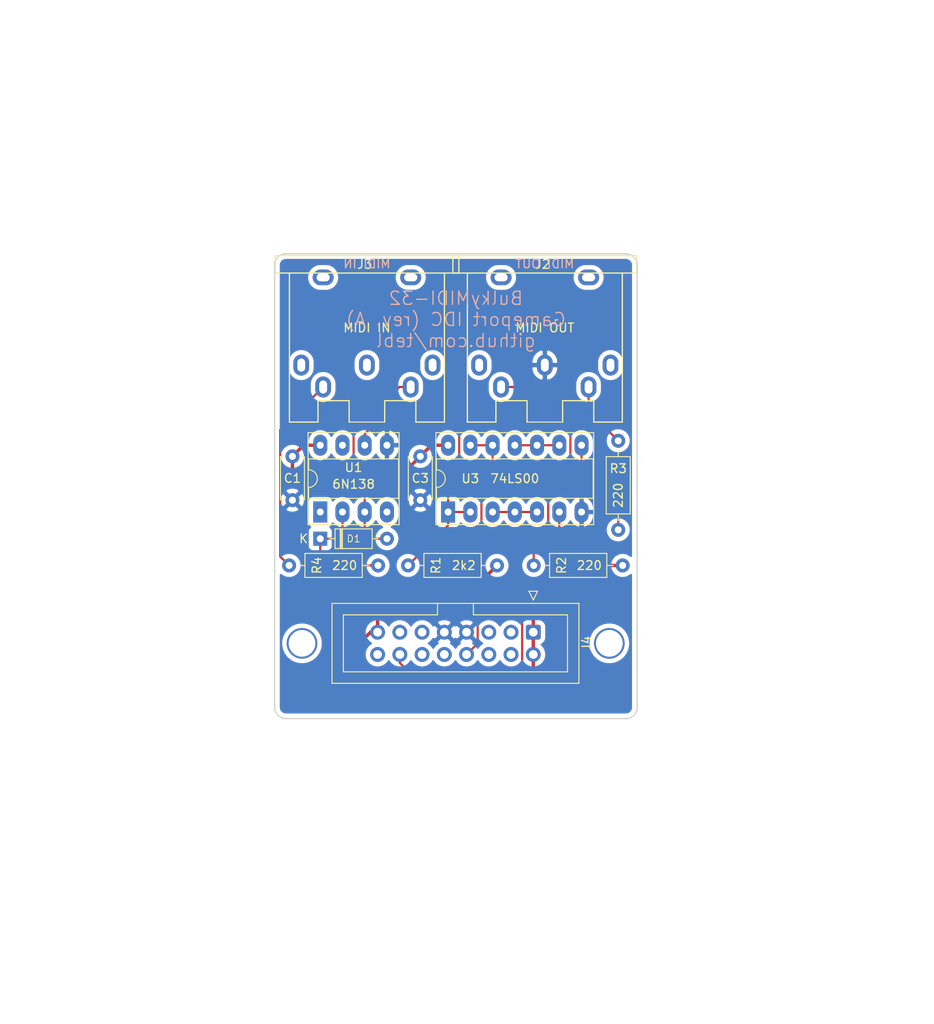
<source format=kicad_pcb>
(kicad_pcb (version 20171130) (host pcbnew "(5.1.8)-1")

  (general
    (thickness 1.6)
    (drawings 11)
    (tracks 91)
    (zones 0)
    (modules 14)
    (nets 14)
  )

  (page A4)
  (layers
    (0 F.Cu signal)
    (31 B.Cu signal)
    (32 B.Adhes user)
    (33 F.Adhes user)
    (34 B.Paste user)
    (35 F.Paste user)
    (36 B.SilkS user)
    (37 F.SilkS user)
    (38 B.Mask user)
    (39 F.Mask user)
    (40 Dwgs.User user)
    (41 Cmts.User user)
    (42 Eco1.User user)
    (43 Eco2.User user)
    (44 Edge.Cuts user)
    (45 Margin user)
    (46 B.CrtYd user)
    (47 F.CrtYd user)
    (48 B.Fab user)
    (49 F.Fab user)
  )

  (setup
    (last_trace_width 0.25)
    (user_trace_width 0.381)
    (trace_clearance 0.2)
    (zone_clearance 0.508)
    (zone_45_only no)
    (trace_min 0.2)
    (via_size 0.6)
    (via_drill 0.4)
    (via_min_size 0.4)
    (via_min_drill 0.3)
    (user_via 1 0.4)
    (uvia_size 0.3)
    (uvia_drill 0.1)
    (uvias_allowed no)
    (uvia_min_size 0.2)
    (uvia_min_drill 0.1)
    (edge_width 0.15)
    (segment_width 0.2)
    (pcb_text_width 0.3)
    (pcb_text_size 1.5 1.5)
    (mod_edge_width 0.15)
    (mod_text_size 1 1)
    (mod_text_width 0.15)
    (pad_size 3.5 3.5)
    (pad_drill 3.048)
    (pad_to_mask_clearance 0)
    (aux_axis_origin 0 0)
    (visible_elements 7FFFFFFF)
    (pcbplotparams
      (layerselection 0x011fc_ffffffff)
      (usegerberextensions true)
      (usegerberattributes false)
      (usegerberadvancedattributes false)
      (creategerberjobfile false)
      (excludeedgelayer true)
      (linewidth 0.100000)
      (plotframeref false)
      (viasonmask false)
      (mode 1)
      (useauxorigin false)
      (hpglpennumber 1)
      (hpglpenspeed 20)
      (hpglpendiameter 15.000000)
      (psnegative false)
      (psa4output false)
      (plotreference true)
      (plotvalue true)
      (plotinvisibletext false)
      (padsonsilk false)
      (subtractmaskfromsilk false)
      (outputformat 1)
      (mirror false)
      (drillshape 0)
      (scaleselection 1)
      (outputdirectory "export/"))
  )

  (net 0 "")
  (net 1 GND)
  (net 2 +5V)
  (net 3 "Net-(D1-Pad1)")
  (net 4 "Net-(D1-Pad2)")
  (net 5 "Net-(J2-Pad5)")
  (net 6 "Net-(J2-Pad4)")
  (net 7 "Net-(J3-Pad4)")
  (net 8 "Net-(R1-Pad2)")
  (net 9 MIDI_TxD)
  (net 10 MIDI_RxD)
  (net 11 "Net-(R3-Pad2)")
  (net 12 "Net-(U3-Pad10)")
  (net 13 "Net-(U3-Pad3)")

  (net_class Default "This is the default net class."
    (clearance 0.2)
    (trace_width 0.25)
    (via_dia 0.6)
    (via_drill 0.4)
    (uvia_dia 0.3)
    (uvia_drill 0.1)
    (add_net MIDI_RxD)
    (add_net MIDI_TxD)
    (add_net "Net-(D1-Pad1)")
    (add_net "Net-(D1-Pad2)")
    (add_net "Net-(J2-Pad4)")
    (add_net "Net-(J2-Pad5)")
    (add_net "Net-(J3-Pad4)")
    (add_net "Net-(R1-Pad2)")
    (add_net "Net-(R3-Pad2)")
    (add_net "Net-(U3-Pad10)")
    (add_net "Net-(U3-Pad3)")
  )

  (net_class Power ""
    (clearance 0.2)
    (trace_width 0.381)
    (via_dia 1)
    (via_drill 0.4)
    (uvia_dia 0.3)
    (uvia_drill 0.1)
    (add_net +5V)
    (add_net GND)
  )

  (module BulkyMIDI-32:DIN5_MIDI locked (layer F.Cu) (tedit 61EDF634) (tstamp 61EEA0A9)
    (at 107.95 79.756 180)
    (path /5F99CA21)
    (fp_text reference J3 (at 0.25 11.5 180) (layer F.SilkS)
      (effects (font (size 1 1) (thickness 0.15)))
    )
    (fp_text value "MIDI IN" (at 0 4.25 180) (layer F.SilkS)
      (effects (font (size 1 1) (thickness 0.15)))
    )
    (fp_line (start 0 12.5) (end -10.5 12.5) (layer F.SilkS) (width 0.15))
    (fp_line (start 0 12.5) (end 10.5 12.5) (layer F.SilkS) (width 0.15))
    (fp_line (start 10.5 10.5) (end 10.5 12.5) (layer F.SilkS) (width 0.15))
    (fp_line (start -10.5 10.5) (end 10.5 10.5) (layer F.SilkS) (width 0.15))
    (fp_line (start -10.5 12.5) (end -10.5 10.5) (layer F.SilkS) (width 0.15))
    (fp_line (start 8.85 -6.5) (end 8.85 10.5) (layer F.SilkS) (width 0.15))
    (fp_line (start -8.85 10.5) (end -8.85 -6.5) (layer F.SilkS) (width 0.15))
    (fp_line (start -8.85 -6.5) (end -5.588 -6.5) (layer F.SilkS) (width 0.15))
    (fp_line (start -5.588 -4.064) (end -2.032 -4.064) (layer F.SilkS) (width 0.15))
    (fp_line (start 2.032 -4.064) (end 5.588 -4.064) (layer F.SilkS) (width 0.15))
    (fp_line (start 8.85 -6.5) (end 5.588 -6.5) (layer F.SilkS) (width 0.15))
    (fp_line (start -5.588 -6.5) (end -5.588 -4.064) (layer F.SilkS) (width 0.15))
    (fp_line (start 5.588 -6.5) (end 5.588 -4.064) (layer F.SilkS) (width 0.15))
    (fp_line (start -2.032 -6.5) (end -2.032 -4.064) (layer F.SilkS) (width 0.15))
    (fp_line (start 2.032 -6.5) (end 2.032 -4.064) (layer F.SilkS) (width 0.15))
    (fp_line (start -2.032 -6.5) (end 2.032 -6.5) (layer F.SilkS) (width 0.12))
    (pad 2 thru_hole oval (at 0 0 180) (size 1.8 2.4) (drill oval 0.9 1.5) (layers *.Cu *.Mask))
    (pad "" np_thru_hole oval (at 5 10 180) (size 2.4 1.8) (drill oval 1.5 0.9) (layers *.Cu *.Mask))
    (pad "" np_thru_hole oval (at -5 10 180) (size 2.4 1.8) (drill oval 1.5 0.9) (layers *.Cu *.Mask))
    (pad 1 thru_hole oval (at 7.5 0 180) (size 1.8 2.4) (drill oval 0.9 1.5) (layers *.Cu *.Mask))
    (pad 3 thru_hole oval (at -7.5 0 180) (size 1.8 2.4) (drill oval 0.9 1.5) (layers *.Cu *.Mask))
    (pad 4 thru_hole oval (at 5 -2.5 180) (size 1.8 2.4) (drill oval 0.9 1.5) (layers *.Cu *.Mask)
      (net 7 "Net-(J3-Pad4)"))
    (pad 5 thru_hole oval (at -5 -2.5 180) (size 1.8 2.4) (drill oval 0.9 1.5) (layers *.Cu *.Mask)
      (net 4 "Net-(D1-Pad2)"))
  )

  (module BulkyMIDI-32:DIN5_MIDI locked (layer F.Cu) (tedit 61EDF634) (tstamp 61EEA08E)
    (at 128.27 79.756 180)
    (path /5FBFBE67)
    (fp_text reference J2 (at 0.25 11.5 180) (layer F.SilkS)
      (effects (font (size 1 1) (thickness 0.15)))
    )
    (fp_text value "MIDI OUT" (at 0 4.25 180) (layer F.SilkS)
      (effects (font (size 1 1) (thickness 0.15)))
    )
    (fp_line (start 0 12.5) (end -10.5 12.5) (layer F.SilkS) (width 0.15))
    (fp_line (start 0 12.5) (end 10.5 12.5) (layer F.SilkS) (width 0.15))
    (fp_line (start 10.5 10.5) (end 10.5 12.5) (layer F.SilkS) (width 0.15))
    (fp_line (start -10.5 10.5) (end 10.5 10.5) (layer F.SilkS) (width 0.15))
    (fp_line (start -10.5 12.5) (end -10.5 10.5) (layer F.SilkS) (width 0.15))
    (fp_line (start 8.85 -6.5) (end 8.85 10.5) (layer F.SilkS) (width 0.15))
    (fp_line (start -8.85 10.5) (end -8.85 -6.5) (layer F.SilkS) (width 0.15))
    (fp_line (start -8.85 -6.5) (end -5.588 -6.5) (layer F.SilkS) (width 0.15))
    (fp_line (start -5.588 -4.064) (end -2.032 -4.064) (layer F.SilkS) (width 0.15))
    (fp_line (start 2.032 -4.064) (end 5.588 -4.064) (layer F.SilkS) (width 0.15))
    (fp_line (start 8.85 -6.5) (end 5.588 -6.5) (layer F.SilkS) (width 0.15))
    (fp_line (start -5.588 -6.5) (end -5.588 -4.064) (layer F.SilkS) (width 0.15))
    (fp_line (start 5.588 -6.5) (end 5.588 -4.064) (layer F.SilkS) (width 0.15))
    (fp_line (start -2.032 -6.5) (end -2.032 -4.064) (layer F.SilkS) (width 0.15))
    (fp_line (start 2.032 -6.5) (end 2.032 -4.064) (layer F.SilkS) (width 0.15))
    (fp_line (start -2.032 -6.5) (end 2.032 -6.5) (layer F.SilkS) (width 0.12))
    (pad 2 thru_hole oval (at 0 0 180) (size 1.8 2.4) (drill oval 0.9 1.5) (layers *.Cu *.Mask)
      (net 1 GND))
    (pad "" np_thru_hole oval (at 5 10 180) (size 2.4 1.8) (drill oval 1.5 0.9) (layers *.Cu *.Mask))
    (pad "" np_thru_hole oval (at -5 10 180) (size 2.4 1.8) (drill oval 1.5 0.9) (layers *.Cu *.Mask))
    (pad 1 thru_hole oval (at 7.5 0 180) (size 1.8 2.4) (drill oval 0.9 1.5) (layers *.Cu *.Mask))
    (pad 3 thru_hole oval (at -7.5 0 180) (size 1.8 2.4) (drill oval 0.9 1.5) (layers *.Cu *.Mask))
    (pad 4 thru_hole oval (at 5 -2.5 180) (size 1.8 2.4) (drill oval 0.9 1.5) (layers *.Cu *.Mask)
      (net 6 "Net-(J2-Pad4)"))
    (pad 5 thru_hole oval (at -5 -2.5 180) (size 1.8 2.4) (drill oval 0.9 1.5) (layers *.Cu *.Mask)
      (net 5 "Net-(J2-Pad5)"))
  )

  (module Diode_THT:D_DO-35_SOD27_P7.62mm_Horizontal (layer F.Cu) (tedit 5AE50CD5) (tstamp 6204C294)
    (at 102.616 99.568)
    (descr "Diode, DO-35_SOD27 series, Axial, Horizontal, pin pitch=7.62mm, , length*diameter=4*2mm^2, , http://www.diodes.com/_files/packages/DO-35.pdf")
    (tags "Diode DO-35_SOD27 series Axial Horizontal pin pitch 7.62mm  length 4mm diameter 2mm")
    (path /5F99E152)
    (fp_text reference D1 (at 3.81 0) (layer F.SilkS)
      (effects (font (size 0.8 0.8) (thickness 0.1)))
    )
    (fp_text value 1N4148 (at 3.81 2.12) (layer F.Fab)
      (effects (font (size 1 1) (thickness 0.15)))
    )
    (fp_line (start 1.81 -1) (end 1.81 1) (layer F.Fab) (width 0.1))
    (fp_line (start 1.81 1) (end 5.81 1) (layer F.Fab) (width 0.1))
    (fp_line (start 5.81 1) (end 5.81 -1) (layer F.Fab) (width 0.1))
    (fp_line (start 5.81 -1) (end 1.81 -1) (layer F.Fab) (width 0.1))
    (fp_line (start 0 0) (end 1.81 0) (layer F.Fab) (width 0.1))
    (fp_line (start 7.62 0) (end 5.81 0) (layer F.Fab) (width 0.1))
    (fp_line (start 2.41 -1) (end 2.41 1) (layer F.Fab) (width 0.1))
    (fp_line (start 2.51 -1) (end 2.51 1) (layer F.Fab) (width 0.1))
    (fp_line (start 2.31 -1) (end 2.31 1) (layer F.Fab) (width 0.1))
    (fp_line (start 1.69 -1.12) (end 1.69 1.12) (layer F.SilkS) (width 0.12))
    (fp_line (start 1.69 1.12) (end 5.93 1.12) (layer F.SilkS) (width 0.12))
    (fp_line (start 5.93 1.12) (end 5.93 -1.12) (layer F.SilkS) (width 0.12))
    (fp_line (start 5.93 -1.12) (end 1.69 -1.12) (layer F.SilkS) (width 0.12))
    (fp_line (start 1.04 0) (end 1.69 0) (layer F.SilkS) (width 0.12))
    (fp_line (start 6.58 0) (end 5.93 0) (layer F.SilkS) (width 0.12))
    (fp_line (start 2.41 -1.12) (end 2.41 1.12) (layer F.SilkS) (width 0.12))
    (fp_line (start 2.53 -1.12) (end 2.53 1.12) (layer F.SilkS) (width 0.12))
    (fp_line (start 2.29 -1.12) (end 2.29 1.12) (layer F.SilkS) (width 0.12))
    (fp_line (start -1.05 -1.25) (end -1.05 1.25) (layer F.CrtYd) (width 0.05))
    (fp_line (start -1.05 1.25) (end 8.67 1.25) (layer F.CrtYd) (width 0.05))
    (fp_line (start 8.67 1.25) (end 8.67 -1.25) (layer F.CrtYd) (width 0.05))
    (fp_line (start 8.67 -1.25) (end -1.05 -1.25) (layer F.CrtYd) (width 0.05))
    (fp_text user %R (at 4.11 0) (layer F.Fab)
      (effects (font (size 0.8 0.8) (thickness 0.12)))
    )
    (fp_text user K (at -1.905 0) (layer F.Fab)
      (effects (font (size 1 1) (thickness 0.15)))
    )
    (fp_text user K (at -1.905 0) (layer F.SilkS)
      (effects (font (size 1 1) (thickness 0.15)))
    )
    (pad 1 thru_hole rect (at 0 0) (size 1.6 1.6) (drill 0.8) (layers *.Cu *.Mask)
      (net 3 "Net-(D1-Pad1)"))
    (pad 2 thru_hole oval (at 7.62 0) (size 1.6 1.6) (drill 0.8) (layers *.Cu *.Mask)
      (net 4 "Net-(D1-Pad2)"))
    (model ${KISYS3DMOD}/Diode_THT.3dshapes/D_DO-35_SOD27_P7.62mm_Horizontal.wrl
      (at (xyz 0 0 0))
      (scale (xyz 1 1 1))
      (rotate (xyz 0 0 0))
    )
  )

  (module Resistor_THT:R_Axial_DIN0207_L6.3mm_D2.5mm_P10.16mm_Horizontal (layer F.Cu) (tedit 5AE5139B) (tstamp 6204C2E8)
    (at 122.809 102.616 180)
    (descr "Resistor, Axial_DIN0207 series, Axial, Horizontal, pin pitch=10.16mm, 0.25W = 1/4W, length*diameter=6.3*2.5mm^2, http://cdn-reichelt.de/documents/datenblatt/B400/1_4W%23YAG.pdf")
    (tags "Resistor Axial_DIN0207 series Axial Horizontal pin pitch 10.16mm 0.25W = 1/4W length 6.3mm diameter 2.5mm")
    (path /6219F0FD)
    (fp_text reference R1 (at 6.985 0 90) (layer F.SilkS)
      (effects (font (size 1 1) (thickness 0.15)))
    )
    (fp_text value 2k2 (at 3.81 0) (layer F.SilkS)
      (effects (font (size 1 1) (thickness 0.15)))
    )
    (fp_line (start 11.21 -1.5) (end -1.05 -1.5) (layer F.CrtYd) (width 0.05))
    (fp_line (start 11.21 1.5) (end 11.21 -1.5) (layer F.CrtYd) (width 0.05))
    (fp_line (start -1.05 1.5) (end 11.21 1.5) (layer F.CrtYd) (width 0.05))
    (fp_line (start -1.05 -1.5) (end -1.05 1.5) (layer F.CrtYd) (width 0.05))
    (fp_line (start 9.12 0) (end 8.35 0) (layer F.SilkS) (width 0.12))
    (fp_line (start 1.04 0) (end 1.81 0) (layer F.SilkS) (width 0.12))
    (fp_line (start 8.35 -1.37) (end 1.81 -1.37) (layer F.SilkS) (width 0.12))
    (fp_line (start 8.35 1.37) (end 8.35 -1.37) (layer F.SilkS) (width 0.12))
    (fp_line (start 1.81 1.37) (end 8.35 1.37) (layer F.SilkS) (width 0.12))
    (fp_line (start 1.81 -1.37) (end 1.81 1.37) (layer F.SilkS) (width 0.12))
    (fp_line (start 10.16 0) (end 8.23 0) (layer F.Fab) (width 0.1))
    (fp_line (start 0 0) (end 1.93 0) (layer F.Fab) (width 0.1))
    (fp_line (start 8.23 -1.25) (end 1.93 -1.25) (layer F.Fab) (width 0.1))
    (fp_line (start 8.23 1.25) (end 8.23 -1.25) (layer F.Fab) (width 0.1))
    (fp_line (start 1.93 1.25) (end 8.23 1.25) (layer F.Fab) (width 0.1))
    (fp_line (start 1.93 -1.25) (end 1.93 1.25) (layer F.Fab) (width 0.1))
    (fp_text user %R (at 6.985 0 90) (layer F.Fab)
      (effects (font (size 1 1) (thickness 0.15)))
    )
    (pad 2 thru_hole oval (at 10.16 0 180) (size 1.6 1.6) (drill 0.8) (layers *.Cu *.Mask)
      (net 8 "Net-(R1-Pad2)"))
    (pad 1 thru_hole circle (at 0 0 180) (size 1.6 1.6) (drill 0.8) (layers *.Cu *.Mask)
      (net 2 +5V))
    (model ${KISYS3DMOD}/Resistor_THT.3dshapes/R_Axial_DIN0207_L6.3mm_D2.5mm_P10.16mm_Horizontal.wrl
      (at (xyz 0 0 0))
      (scale (xyz 1 1 1))
      (rotate (xyz 0 0 0))
    )
  )

  (module Resistor_THT:R_Axial_DIN0207_L6.3mm_D2.5mm_P10.16mm_Horizontal (layer F.Cu) (tedit 5AE5139B) (tstamp 6204C2FF)
    (at 137.16 102.616 180)
    (descr "Resistor, Axial_DIN0207 series, Axial, Horizontal, pin pitch=10.16mm, 0.25W = 1/4W, length*diameter=6.3*2.5mm^2, http://cdn-reichelt.de/documents/datenblatt/B400/1_4W%23YAG.pdf")
    (tags "Resistor Axial_DIN0207 series Axial Horizontal pin pitch 10.16mm 0.25W = 1/4W length 6.3mm diameter 2.5mm")
    (path /5FD00C73)
    (fp_text reference R2 (at 6.985 0 90) (layer F.SilkS)
      (effects (font (size 1 1) (thickness 0.15)))
    )
    (fp_text value 220 (at 3.81 0) (layer F.SilkS)
      (effects (font (size 1 1) (thickness 0.15)))
    )
    (fp_line (start 1.93 -1.25) (end 1.93 1.25) (layer F.Fab) (width 0.1))
    (fp_line (start 1.93 1.25) (end 8.23 1.25) (layer F.Fab) (width 0.1))
    (fp_line (start 8.23 1.25) (end 8.23 -1.25) (layer F.Fab) (width 0.1))
    (fp_line (start 8.23 -1.25) (end 1.93 -1.25) (layer F.Fab) (width 0.1))
    (fp_line (start 0 0) (end 1.93 0) (layer F.Fab) (width 0.1))
    (fp_line (start 10.16 0) (end 8.23 0) (layer F.Fab) (width 0.1))
    (fp_line (start 1.81 -1.37) (end 1.81 1.37) (layer F.SilkS) (width 0.12))
    (fp_line (start 1.81 1.37) (end 8.35 1.37) (layer F.SilkS) (width 0.12))
    (fp_line (start 8.35 1.37) (end 8.35 -1.37) (layer F.SilkS) (width 0.12))
    (fp_line (start 8.35 -1.37) (end 1.81 -1.37) (layer F.SilkS) (width 0.12))
    (fp_line (start 1.04 0) (end 1.81 0) (layer F.SilkS) (width 0.12))
    (fp_line (start 9.12 0) (end 8.35 0) (layer F.SilkS) (width 0.12))
    (fp_line (start -1.05 -1.5) (end -1.05 1.5) (layer F.CrtYd) (width 0.05))
    (fp_line (start -1.05 1.5) (end 11.21 1.5) (layer F.CrtYd) (width 0.05))
    (fp_line (start 11.21 1.5) (end 11.21 -1.5) (layer F.CrtYd) (width 0.05))
    (fp_line (start 11.21 -1.5) (end -1.05 -1.5) (layer F.CrtYd) (width 0.05))
    (fp_text user %R (at 6.985 0 90) (layer F.Fab)
      (effects (font (size 1 1) (thickness 0.15)))
    )
    (pad 1 thru_hole circle (at 0 0 180) (size 1.6 1.6) (drill 0.8) (layers *.Cu *.Mask)
      (net 2 +5V))
    (pad 2 thru_hole oval (at 10.16 0 180) (size 1.6 1.6) (drill 0.8) (layers *.Cu *.Mask)
      (net 6 "Net-(J2-Pad4)"))
    (model ${KISYS3DMOD}/Resistor_THT.3dshapes/R_Axial_DIN0207_L6.3mm_D2.5mm_P10.16mm_Horizontal.wrl
      (at (xyz 0 0 0))
      (scale (xyz 1 1 1))
      (rotate (xyz 0 0 0))
    )
  )

  (module Resistor_THT:R_Axial_DIN0207_L6.3mm_D2.5mm_P10.16mm_Horizontal (layer F.Cu) (tedit 5AE5139B) (tstamp 62059B4B)
    (at 136.652 88.392 270)
    (descr "Resistor, Axial_DIN0207 series, Axial, Horizontal, pin pitch=10.16mm, 0.25W = 1/4W, length*diameter=6.3*2.5mm^2, http://cdn-reichelt.de/documents/datenblatt/B400/1_4W%23YAG.pdf")
    (tags "Resistor Axial_DIN0207 series Axial Horizontal pin pitch 10.16mm 0.25W = 1/4W length 6.3mm diameter 2.5mm")
    (path /622D9678)
    (fp_text reference R3 (at 3.175 0 180) (layer F.SilkS)
      (effects (font (size 1 1) (thickness 0.15)))
    )
    (fp_text value 220 (at 6.223 0 90) (layer F.SilkS)
      (effects (font (size 1 1) (thickness 0.15)))
    )
    (fp_line (start 11.21 -1.5) (end -1.05 -1.5) (layer F.CrtYd) (width 0.05))
    (fp_line (start 11.21 1.5) (end 11.21 -1.5) (layer F.CrtYd) (width 0.05))
    (fp_line (start -1.05 1.5) (end 11.21 1.5) (layer F.CrtYd) (width 0.05))
    (fp_line (start -1.05 -1.5) (end -1.05 1.5) (layer F.CrtYd) (width 0.05))
    (fp_line (start 9.12 0) (end 8.35 0) (layer F.SilkS) (width 0.12))
    (fp_line (start 1.04 0) (end 1.81 0) (layer F.SilkS) (width 0.12))
    (fp_line (start 8.35 -1.37) (end 1.81 -1.37) (layer F.SilkS) (width 0.12))
    (fp_line (start 8.35 1.37) (end 8.35 -1.37) (layer F.SilkS) (width 0.12))
    (fp_line (start 1.81 1.37) (end 8.35 1.37) (layer F.SilkS) (width 0.12))
    (fp_line (start 1.81 -1.37) (end 1.81 1.37) (layer F.SilkS) (width 0.12))
    (fp_line (start 10.16 0) (end 8.23 0) (layer F.Fab) (width 0.1))
    (fp_line (start 0 0) (end 1.93 0) (layer F.Fab) (width 0.1))
    (fp_line (start 8.23 -1.25) (end 1.93 -1.25) (layer F.Fab) (width 0.1))
    (fp_line (start 8.23 1.25) (end 8.23 -1.25) (layer F.Fab) (width 0.1))
    (fp_line (start 1.93 1.25) (end 8.23 1.25) (layer F.Fab) (width 0.1))
    (fp_line (start 1.93 -1.25) (end 1.93 1.25) (layer F.Fab) (width 0.1))
    (fp_text user %R (at 3.175 0 180) (layer F.Fab)
      (effects (font (size 1 1) (thickness 0.15)))
    )
    (pad 2 thru_hole oval (at 10.16 0 270) (size 1.6 1.6) (drill 0.8) (layers *.Cu *.Mask)
      (net 11 "Net-(R3-Pad2)"))
    (pad 1 thru_hole circle (at 0 0 270) (size 1.6 1.6) (drill 0.8) (layers *.Cu *.Mask)
      (net 5 "Net-(J2-Pad5)"))
    (model ${KISYS3DMOD}/Resistor_THT.3dshapes/R_Axial_DIN0207_L6.3mm_D2.5mm_P10.16mm_Horizontal.wrl
      (at (xyz 0 0 0))
      (scale (xyz 1 1 1))
      (rotate (xyz 0 0 0))
    )
  )

  (module Resistor_THT:R_Axial_DIN0207_L6.3mm_D2.5mm_P10.16mm_Horizontal (layer F.Cu) (tedit 5AE5139B) (tstamp 6204C32D)
    (at 109.22 102.616 180)
    (descr "Resistor, Axial_DIN0207 series, Axial, Horizontal, pin pitch=10.16mm, 0.25W = 1/4W, length*diameter=6.3*2.5mm^2, http://cdn-reichelt.de/documents/datenblatt/B400/1_4W%23YAG.pdf")
    (tags "Resistor Axial_DIN0207 series Axial Horizontal pin pitch 10.16mm 0.25W = 1/4W length 6.3mm diameter 2.5mm")
    (path /5F99E885)
    (fp_text reference R4 (at 6.985 0 90) (layer F.SilkS)
      (effects (font (size 1 1) (thickness 0.15)))
    )
    (fp_text value 220 (at 3.81 0) (layer F.SilkS)
      (effects (font (size 1 1) (thickness 0.15)))
    )
    (fp_line (start 1.93 -1.25) (end 1.93 1.25) (layer F.Fab) (width 0.1))
    (fp_line (start 1.93 1.25) (end 8.23 1.25) (layer F.Fab) (width 0.1))
    (fp_line (start 8.23 1.25) (end 8.23 -1.25) (layer F.Fab) (width 0.1))
    (fp_line (start 8.23 -1.25) (end 1.93 -1.25) (layer F.Fab) (width 0.1))
    (fp_line (start 0 0) (end 1.93 0) (layer F.Fab) (width 0.1))
    (fp_line (start 10.16 0) (end 8.23 0) (layer F.Fab) (width 0.1))
    (fp_line (start 1.81 -1.37) (end 1.81 1.37) (layer F.SilkS) (width 0.12))
    (fp_line (start 1.81 1.37) (end 8.35 1.37) (layer F.SilkS) (width 0.12))
    (fp_line (start 8.35 1.37) (end 8.35 -1.37) (layer F.SilkS) (width 0.12))
    (fp_line (start 8.35 -1.37) (end 1.81 -1.37) (layer F.SilkS) (width 0.12))
    (fp_line (start 1.04 0) (end 1.81 0) (layer F.SilkS) (width 0.12))
    (fp_line (start 9.12 0) (end 8.35 0) (layer F.SilkS) (width 0.12))
    (fp_line (start -1.05 -1.5) (end -1.05 1.5) (layer F.CrtYd) (width 0.05))
    (fp_line (start -1.05 1.5) (end 11.21 1.5) (layer F.CrtYd) (width 0.05))
    (fp_line (start 11.21 1.5) (end 11.21 -1.5) (layer F.CrtYd) (width 0.05))
    (fp_line (start 11.21 -1.5) (end -1.05 -1.5) (layer F.CrtYd) (width 0.05))
    (fp_text user %R (at 6.985 0 90) (layer F.Fab)
      (effects (font (size 1 1) (thickness 0.15)))
    )
    (pad 1 thru_hole circle (at 0 0 180) (size 1.6 1.6) (drill 0.8) (layers *.Cu *.Mask)
      (net 3 "Net-(D1-Pad1)"))
    (pad 2 thru_hole oval (at 10.16 0 180) (size 1.6 1.6) (drill 0.8) (layers *.Cu *.Mask)
      (net 7 "Net-(J3-Pad4)"))
    (model ${KISYS3DMOD}/Resistor_THT.3dshapes/R_Axial_DIN0207_L6.3mm_D2.5mm_P10.16mm_Horizontal.wrl
      (at (xyz 0 0 0))
      (scale (xyz 1 1 1))
      (rotate (xyz 0 0 0))
    )
  )

  (module Package_DIP:DIP-8_W7.62mm_Socket_LongPads (layer F.Cu) (tedit 5A02E8C5) (tstamp 6204C351)
    (at 102.616 96.52 90)
    (descr "8-lead though-hole mounted DIP package, row spacing 7.62 mm (300 mils), Socket, LongPads")
    (tags "THT DIP DIL PDIP 2.54mm 7.62mm 300mil Socket LongPads")
    (path /62109585)
    (fp_text reference U1 (at 5.08 3.81 180) (layer F.SilkS)
      (effects (font (size 1 1) (thickness 0.15)))
    )
    (fp_text value 6N138 (at 3.175 3.81 180) (layer F.SilkS)
      (effects (font (size 1 1) (thickness 0.15)))
    )
    (fp_line (start 1.635 -1.27) (end 6.985 -1.27) (layer F.Fab) (width 0.1))
    (fp_line (start 6.985 -1.27) (end 6.985 8.89) (layer F.Fab) (width 0.1))
    (fp_line (start 6.985 8.89) (end 0.635 8.89) (layer F.Fab) (width 0.1))
    (fp_line (start 0.635 8.89) (end 0.635 -0.27) (layer F.Fab) (width 0.1))
    (fp_line (start 0.635 -0.27) (end 1.635 -1.27) (layer F.Fab) (width 0.1))
    (fp_line (start -1.27 -1.33) (end -1.27 8.95) (layer F.Fab) (width 0.1))
    (fp_line (start -1.27 8.95) (end 8.89 8.95) (layer F.Fab) (width 0.1))
    (fp_line (start 8.89 8.95) (end 8.89 -1.33) (layer F.Fab) (width 0.1))
    (fp_line (start 8.89 -1.33) (end -1.27 -1.33) (layer F.Fab) (width 0.1))
    (fp_line (start 2.81 -1.33) (end 1.56 -1.33) (layer F.SilkS) (width 0.12))
    (fp_line (start 1.56 -1.33) (end 1.56 8.95) (layer F.SilkS) (width 0.12))
    (fp_line (start 1.56 8.95) (end 6.06 8.95) (layer F.SilkS) (width 0.12))
    (fp_line (start 6.06 8.95) (end 6.06 -1.33) (layer F.SilkS) (width 0.12))
    (fp_line (start 6.06 -1.33) (end 4.81 -1.33) (layer F.SilkS) (width 0.12))
    (fp_line (start -1.44 -1.39) (end -1.44 9.01) (layer F.SilkS) (width 0.12))
    (fp_line (start -1.44 9.01) (end 9.06 9.01) (layer F.SilkS) (width 0.12))
    (fp_line (start 9.06 9.01) (end 9.06 -1.39) (layer F.SilkS) (width 0.12))
    (fp_line (start 9.06 -1.39) (end -1.44 -1.39) (layer F.SilkS) (width 0.12))
    (fp_line (start -1.55 -1.6) (end -1.55 9.2) (layer F.CrtYd) (width 0.05))
    (fp_line (start -1.55 9.2) (end 9.15 9.2) (layer F.CrtYd) (width 0.05))
    (fp_line (start 9.15 9.2) (end 9.15 -1.6) (layer F.CrtYd) (width 0.05))
    (fp_line (start 9.15 -1.6) (end -1.55 -1.6) (layer F.CrtYd) (width 0.05))
    (fp_arc (start 3.81 -1.33) (end 2.81 -1.33) (angle -180) (layer F.SilkS) (width 0.12))
    (fp_text user %R (at 5.08 3.81 180) (layer F.Fab)
      (effects (font (size 1 1) (thickness 0.15)))
    )
    (pad 1 thru_hole rect (at 0 0 90) (size 2.4 1.6) (drill 0.8) (layers *.Cu *.Mask))
    (pad 5 thru_hole oval (at 7.62 7.62 90) (size 2.4 1.6) (drill 0.8) (layers *.Cu *.Mask)
      (net 1 GND))
    (pad 2 thru_hole oval (at 0 2.54 90) (size 2.4 1.6) (drill 0.8) (layers *.Cu *.Mask)
      (net 3 "Net-(D1-Pad1)"))
    (pad 6 thru_hole oval (at 7.62 5.08 90) (size 2.4 1.6) (drill 0.8) (layers *.Cu *.Mask)
      (net 8 "Net-(R1-Pad2)"))
    (pad 3 thru_hole oval (at 0 5.08 90) (size 2.4 1.6) (drill 0.8) (layers *.Cu *.Mask)
      (net 4 "Net-(D1-Pad2)"))
    (pad 7 thru_hole oval (at 7.62 2.54 90) (size 2.4 1.6) (drill 0.8) (layers *.Cu *.Mask))
    (pad 4 thru_hole oval (at 0 7.62 90) (size 2.4 1.6) (drill 0.8) (layers *.Cu *.Mask))
    (pad 8 thru_hole oval (at 7.62 0 90) (size 2.4 1.6) (drill 0.8) (layers *.Cu *.Mask)
      (net 2 +5V))
    (model ${KISYS3DMOD}/Package_DIP.3dshapes/DIP-8_W7.62mm_Socket.wrl
      (at (xyz 0 0 0))
      (scale (xyz 1 1 1))
      (rotate (xyz 0 0 0))
    )
  )

  (module Package_DIP:DIP-14_W7.62mm_Socket_LongPads (layer F.Cu) (tedit 5A02E8C5) (tstamp 6204C37B)
    (at 117.221 96.52 90)
    (descr "14-lead though-hole mounted DIP package, row spacing 7.62 mm (300 mils), Socket, LongPads")
    (tags "THT DIP DIL PDIP 2.54mm 7.62mm 300mil Socket LongPads")
    (path /620D2C7D)
    (fp_text reference U3 (at 3.81 2.54 180) (layer F.SilkS)
      (effects (font (size 1 1) (thickness 0.15)))
    )
    (fp_text value 74LS00 (at 3.81 7.62 180) (layer F.SilkS)
      (effects (font (size 1 1) (thickness 0.15)))
    )
    (fp_line (start 1.635 -1.27) (end 6.985 -1.27) (layer F.Fab) (width 0.1))
    (fp_line (start 6.985 -1.27) (end 6.985 16.51) (layer F.Fab) (width 0.1))
    (fp_line (start 6.985 16.51) (end 0.635 16.51) (layer F.Fab) (width 0.1))
    (fp_line (start 0.635 16.51) (end 0.635 -0.27) (layer F.Fab) (width 0.1))
    (fp_line (start 0.635 -0.27) (end 1.635 -1.27) (layer F.Fab) (width 0.1))
    (fp_line (start -1.27 -1.33) (end -1.27 16.57) (layer F.Fab) (width 0.1))
    (fp_line (start -1.27 16.57) (end 8.89 16.57) (layer F.Fab) (width 0.1))
    (fp_line (start 8.89 16.57) (end 8.89 -1.33) (layer F.Fab) (width 0.1))
    (fp_line (start 8.89 -1.33) (end -1.27 -1.33) (layer F.Fab) (width 0.1))
    (fp_line (start 2.81 -1.33) (end 1.56 -1.33) (layer F.SilkS) (width 0.12))
    (fp_line (start 1.56 -1.33) (end 1.56 16.57) (layer F.SilkS) (width 0.12))
    (fp_line (start 1.56 16.57) (end 6.06 16.57) (layer F.SilkS) (width 0.12))
    (fp_line (start 6.06 16.57) (end 6.06 -1.33) (layer F.SilkS) (width 0.12))
    (fp_line (start 6.06 -1.33) (end 4.81 -1.33) (layer F.SilkS) (width 0.12))
    (fp_line (start -1.44 -1.39) (end -1.44 16.63) (layer F.SilkS) (width 0.12))
    (fp_line (start -1.44 16.63) (end 9.06 16.63) (layer F.SilkS) (width 0.12))
    (fp_line (start 9.06 16.63) (end 9.06 -1.39) (layer F.SilkS) (width 0.12))
    (fp_line (start 9.06 -1.39) (end -1.44 -1.39) (layer F.SilkS) (width 0.12))
    (fp_line (start -1.55 -1.6) (end -1.55 16.85) (layer F.CrtYd) (width 0.05))
    (fp_line (start -1.55 16.85) (end 9.15 16.85) (layer F.CrtYd) (width 0.05))
    (fp_line (start 9.15 16.85) (end 9.15 -1.6) (layer F.CrtYd) (width 0.05))
    (fp_line (start 9.15 -1.6) (end -1.55 -1.6) (layer F.CrtYd) (width 0.05))
    (fp_arc (start 3.81 -1.33) (end 2.81 -1.33) (angle -180) (layer F.SilkS) (width 0.12))
    (fp_text user %R (at 3.81 2.54 180) (layer F.Fab)
      (effects (font (size 1 1) (thickness 0.15)))
    )
    (pad 1 thru_hole rect (at 0 0 90) (size 2.4 1.6) (drill 0.8) (layers *.Cu *.Mask)
      (net 8 "Net-(R1-Pad2)"))
    (pad 8 thru_hole oval (at 7.62 15.24 90) (size 2.4 1.6) (drill 0.8) (layers *.Cu *.Mask)
      (net 11 "Net-(R3-Pad2)"))
    (pad 2 thru_hole oval (at 0 2.54 90) (size 2.4 1.6) (drill 0.8) (layers *.Cu *.Mask)
      (net 8 "Net-(R1-Pad2)"))
    (pad 9 thru_hole oval (at 7.62 12.7 90) (size 2.4 1.6) (drill 0.8) (layers *.Cu *.Mask)
      (net 12 "Net-(U3-Pad10)"))
    (pad 3 thru_hole oval (at 0 5.08 90) (size 2.4 1.6) (drill 0.8) (layers *.Cu *.Mask)
      (net 13 "Net-(U3-Pad3)"))
    (pad 10 thru_hole oval (at 7.62 10.16 90) (size 2.4 1.6) (drill 0.8) (layers *.Cu *.Mask)
      (net 12 "Net-(U3-Pad10)"))
    (pad 4 thru_hole oval (at 0 7.62 90) (size 2.4 1.6) (drill 0.8) (layers *.Cu *.Mask)
      (net 13 "Net-(U3-Pad3)"))
    (pad 11 thru_hole oval (at 7.62 7.62 90) (size 2.4 1.6) (drill 0.8) (layers *.Cu *.Mask)
      (net 12 "Net-(U3-Pad10)"))
    (pad 5 thru_hole oval (at 0 10.16 90) (size 2.4 1.6) (drill 0.8) (layers *.Cu *.Mask)
      (net 13 "Net-(U3-Pad3)"))
    (pad 12 thru_hole oval (at 7.62 5.08 90) (size 2.4 1.6) (drill 0.8) (layers *.Cu *.Mask)
      (net 9 MIDI_TxD))
    (pad 6 thru_hole oval (at 0 12.7 90) (size 2.4 1.6) (drill 0.8) (layers *.Cu *.Mask)
      (net 10 MIDI_RxD))
    (pad 13 thru_hole oval (at 7.62 2.54 90) (size 2.4 1.6) (drill 0.8) (layers *.Cu *.Mask)
      (net 9 MIDI_TxD))
    (pad 7 thru_hole oval (at 0 15.24 90) (size 2.4 1.6) (drill 0.8) (layers *.Cu *.Mask)
      (net 1 GND))
    (pad 14 thru_hole oval (at 7.62 0 90) (size 2.4 1.6) (drill 0.8) (layers *.Cu *.Mask)
      (net 2 +5V))
    (model ${KISYS3DMOD}/Package_DIP.3dshapes/DIP-14_W7.62mm_Socket.wrl
      (at (xyz 0 0 0))
      (scale (xyz 1 1 1))
      (rotate (xyz 0 0 0))
    )
  )

  (module Capacitor_THT:C_Disc_D4.7mm_W2.5mm_P5.00mm (layer F.Cu) (tedit 5AE50EF0) (tstamp 6205996A)
    (at 99.441 90.17 270)
    (descr "C, Disc series, Radial, pin pitch=5.00mm, , diameter*width=4.7*2.5mm^2, Capacitor, http://www.vishay.com/docs/45233/krseries.pdf")
    (tags "C Disc series Radial pin pitch 5.00mm  diameter 4.7mm width 2.5mm Capacitor")
    (path /5F0DF157)
    (fp_text reference C1 (at 2.5 0 180) (layer F.SilkS)
      (effects (font (size 1 1) (thickness 0.15)))
    )
    (fp_text value 100nF (at 2.5 2.5 90) (layer F.Fab)
      (effects (font (size 1 1) (thickness 0.15)))
    )
    (fp_line (start 6.05 -1.5) (end -1.05 -1.5) (layer F.CrtYd) (width 0.05))
    (fp_line (start 6.05 1.5) (end 6.05 -1.5) (layer F.CrtYd) (width 0.05))
    (fp_line (start -1.05 1.5) (end 6.05 1.5) (layer F.CrtYd) (width 0.05))
    (fp_line (start -1.05 -1.5) (end -1.05 1.5) (layer F.CrtYd) (width 0.05))
    (fp_line (start 4.97 1.055) (end 4.97 1.37) (layer F.SilkS) (width 0.12))
    (fp_line (start 4.97 -1.37) (end 4.97 -1.055) (layer F.SilkS) (width 0.12))
    (fp_line (start 0.03 1.055) (end 0.03 1.37) (layer F.SilkS) (width 0.12))
    (fp_line (start 0.03 -1.37) (end 0.03 -1.055) (layer F.SilkS) (width 0.12))
    (fp_line (start 0.03 1.37) (end 4.97 1.37) (layer F.SilkS) (width 0.12))
    (fp_line (start 0.03 -1.37) (end 4.97 -1.37) (layer F.SilkS) (width 0.12))
    (fp_line (start 4.85 -1.25) (end 0.15 -1.25) (layer F.Fab) (width 0.1))
    (fp_line (start 4.85 1.25) (end 4.85 -1.25) (layer F.Fab) (width 0.1))
    (fp_line (start 0.15 1.25) (end 4.85 1.25) (layer F.Fab) (width 0.1))
    (fp_line (start 0.15 -1.25) (end 0.15 1.25) (layer F.Fab) (width 0.1))
    (fp_text user %R (at 2.5 0 180) (layer F.Fab)
      (effects (font (size 0.94 0.94) (thickness 0.141)))
    )
    (pad 1 thru_hole circle (at 0 0 270) (size 1.6 1.6) (drill 0.8) (layers *.Cu *.Mask)
      (net 2 +5V))
    (pad 2 thru_hole circle (at 5 0 270) (size 1.6 1.6) (drill 0.8) (layers *.Cu *.Mask)
      (net 1 GND))
    (model ${KISYS3DMOD}/Capacitor_THT.3dshapes/C_Disc_D4.7mm_W2.5mm_P5.00mm.wrl
      (at (xyz 0 0 0))
      (scale (xyz 1 1 1))
      (rotate (xyz 0 0 0))
    )
  )

  (module Capacitor_THT:C_Disc_D4.7mm_W2.5mm_P5.00mm (layer F.Cu) (tedit 5AE50EF0) (tstamp 6205997E)
    (at 114.046 90.17 270)
    (descr "C, Disc series, Radial, pin pitch=5.00mm, , diameter*width=4.7*2.5mm^2, Capacitor, http://www.vishay.com/docs/45233/krseries.pdf")
    (tags "C Disc series Radial pin pitch 5.00mm  diameter 4.7mm width 2.5mm Capacitor")
    (path /6257FB01)
    (fp_text reference C3 (at 2.5 0 180) (layer F.SilkS)
      (effects (font (size 1 1) (thickness 0.15)))
    )
    (fp_text value 100nF (at 2.5 2.5 90) (layer F.Fab)
      (effects (font (size 1 1) (thickness 0.15)))
    )
    (fp_line (start 0.15 -1.25) (end 0.15 1.25) (layer F.Fab) (width 0.1))
    (fp_line (start 0.15 1.25) (end 4.85 1.25) (layer F.Fab) (width 0.1))
    (fp_line (start 4.85 1.25) (end 4.85 -1.25) (layer F.Fab) (width 0.1))
    (fp_line (start 4.85 -1.25) (end 0.15 -1.25) (layer F.Fab) (width 0.1))
    (fp_line (start 0.03 -1.37) (end 4.97 -1.37) (layer F.SilkS) (width 0.12))
    (fp_line (start 0.03 1.37) (end 4.97 1.37) (layer F.SilkS) (width 0.12))
    (fp_line (start 0.03 -1.37) (end 0.03 -1.055) (layer F.SilkS) (width 0.12))
    (fp_line (start 0.03 1.055) (end 0.03 1.37) (layer F.SilkS) (width 0.12))
    (fp_line (start 4.97 -1.37) (end 4.97 -1.055) (layer F.SilkS) (width 0.12))
    (fp_line (start 4.97 1.055) (end 4.97 1.37) (layer F.SilkS) (width 0.12))
    (fp_line (start -1.05 -1.5) (end -1.05 1.5) (layer F.CrtYd) (width 0.05))
    (fp_line (start -1.05 1.5) (end 6.05 1.5) (layer F.CrtYd) (width 0.05))
    (fp_line (start 6.05 1.5) (end 6.05 -1.5) (layer F.CrtYd) (width 0.05))
    (fp_line (start 6.05 -1.5) (end -1.05 -1.5) (layer F.CrtYd) (width 0.05))
    (fp_text user %R (at 2.5 0 180) (layer F.Fab)
      (effects (font (size 0.94 0.94) (thickness 0.141)))
    )
    (pad 2 thru_hole circle (at 5 0 270) (size 1.6 1.6) (drill 0.8) (layers *.Cu *.Mask)
      (net 1 GND))
    (pad 1 thru_hole circle (at 0 0 270) (size 1.6 1.6) (drill 0.8) (layers *.Cu *.Mask)
      (net 2 +5V))
    (model ${KISYS3DMOD}/Capacitor_THT.3dshapes/C_Disc_D4.7mm_W2.5mm_P5.00mm.wrl
      (at (xyz 0 0 0))
      (scale (xyz 1 1 1))
      (rotate (xyz 0 0 0))
    )
  )

  (module Gameport:Gameport_IDC (layer F.Cu) (tedit 62046968) (tstamp 62058E6E)
    (at 126.9492 110.236 270)
    (descr "Through hole IDC box header, 2x08, 2.54mm pitch, DIN 41651 / IEC 60603-13, double rows, https://docs.google.com/spreadsheets/d/16SsEcesNF15N3Lb4niX7dcUr-NY5_MFPQhobNuNppn4/edit#gid=0")
    (tags "Through hole vertical IDC box header THT 2x08 2.54mm double row")
    (path /6248D33D)
    (fp_text reference J4 (at 1.27 -6.1 90) (layer F.SilkS)
      (effects (font (size 1 1) (thickness 0.15)))
    )
    (fp_text value Gameport (at 1.27 23.88 90) (layer F.Fab)
      (effects (font (size 1 1) (thickness 0.15)))
    )
    (fp_line (start -3.18 -4.1) (end -2.18 -5.1) (layer F.Fab) (width 0.1))
    (fp_line (start -2.18 -5.1) (end 5.72 -5.1) (layer F.Fab) (width 0.1))
    (fp_line (start 5.72 -5.1) (end 5.72 22.88) (layer F.Fab) (width 0.1))
    (fp_line (start 5.72 22.88) (end -3.18 22.88) (layer F.Fab) (width 0.1))
    (fp_line (start -3.18 22.88) (end -3.18 -4.1) (layer F.Fab) (width 0.1))
    (fp_line (start -3.18 6.84) (end -1.98 6.84) (layer F.Fab) (width 0.1))
    (fp_line (start -1.98 6.84) (end -1.98 -3.91) (layer F.Fab) (width 0.1))
    (fp_line (start -1.98 -3.91) (end 4.52 -3.91) (layer F.Fab) (width 0.1))
    (fp_line (start 4.52 -3.91) (end 4.52 21.69) (layer F.Fab) (width 0.1))
    (fp_line (start 4.52 21.69) (end -1.98 21.69) (layer F.Fab) (width 0.1))
    (fp_line (start -1.98 21.69) (end -1.98 10.94) (layer F.Fab) (width 0.1))
    (fp_line (start -1.98 10.94) (end -1.98 10.94) (layer F.Fab) (width 0.1))
    (fp_line (start -1.98 10.94) (end -3.18 10.94) (layer F.Fab) (width 0.1))
    (fp_line (start -3.29 -5.21) (end 5.83 -5.21) (layer F.SilkS) (width 0.12))
    (fp_line (start 5.83 -5.21) (end 5.83 22.99) (layer F.SilkS) (width 0.12))
    (fp_line (start 5.83 22.99) (end -3.29 22.99) (layer F.SilkS) (width 0.12))
    (fp_line (start -3.29 22.99) (end -3.29 -5.21) (layer F.SilkS) (width 0.12))
    (fp_line (start -3.29 6.84) (end -1.98 6.84) (layer F.SilkS) (width 0.12))
    (fp_line (start -1.98 6.84) (end -1.98 -3.91) (layer F.SilkS) (width 0.12))
    (fp_line (start -1.98 -3.91) (end 4.52 -3.91) (layer F.SilkS) (width 0.12))
    (fp_line (start 4.52 -3.91) (end 4.52 21.69) (layer F.SilkS) (width 0.12))
    (fp_line (start 4.52 21.69) (end -1.98 21.69) (layer F.SilkS) (width 0.12))
    (fp_line (start -1.98 21.69) (end -1.98 10.94) (layer F.SilkS) (width 0.12))
    (fp_line (start -1.98 10.94) (end -1.98 10.94) (layer F.SilkS) (width 0.12))
    (fp_line (start -1.98 10.94) (end -3.29 10.94) (layer F.SilkS) (width 0.12))
    (fp_line (start -3.68 0) (end -4.68 -0.5) (layer F.SilkS) (width 0.12))
    (fp_line (start -4.68 -0.5) (end -4.68 0.5) (layer F.SilkS) (width 0.12))
    (fp_line (start -4.68 0.5) (end -3.68 0) (layer F.SilkS) (width 0.12))
    (fp_line (start -3.68 -5.6) (end -3.68 23.38) (layer F.CrtYd) (width 0.05))
    (fp_line (start -3.68 23.38) (end 6.22 23.38) (layer F.CrtYd) (width 0.05))
    (fp_line (start 6.22 23.38) (end 6.22 -5.6) (layer F.CrtYd) (width 0.05))
    (fp_line (start 6.22 -5.6) (end -3.68 -5.6) (layer F.CrtYd) (width 0.05))
    (fp_text user %R (at 1.27 8.89 180) (layer F.Fab)
      (effects (font (size 1 1) (thickness 0.15)))
    )
    (pad 1 thru_hole roundrect (at 0 0 270) (size 1.7 1.7) (drill 1) (layers *.Cu *.Mask) (roundrect_rratio 0.1470588235294118)
      (net 2 +5V))
    (pad 2 thru_hole circle (at 0 2.54 270) (size 1.7 1.7) (drill 1) (layers *.Cu *.Mask))
    (pad 3 thru_hole circle (at 0 5.08 270) (size 1.7 1.7) (drill 1) (layers *.Cu *.Mask))
    (pad 4 thru_hole circle (at 0 7.62 270) (size 1.7 1.7) (drill 1) (layers *.Cu *.Mask)
      (net 1 GND))
    (pad 5 thru_hole circle (at 0 10.16 270) (size 1.7 1.7) (drill 1) (layers *.Cu *.Mask)
      (net 1 GND))
    (pad 6 thru_hole circle (at 0 12.7 270) (size 1.7 1.7) (drill 1) (layers *.Cu *.Mask))
    (pad 7 thru_hole circle (at 0 15.24 270) (size 1.7 1.7) (drill 1) (layers *.Cu *.Mask))
    (pad 8 thru_hole circle (at 0 17.78 270) (size 1.7 1.7) (drill 1) (layers *.Cu *.Mask)
      (net 2 +5V))
    (pad 9 thru_hole circle (at 2.54 0 270) (size 1.7 1.7) (drill 1) (layers *.Cu *.Mask)
      (net 2 +5V))
    (pad 10 thru_hole circle (at 2.54 2.54 270) (size 1.7 1.7) (drill 1) (layers *.Cu *.Mask))
    (pad 11 thru_hole circle (at 2.54 5.08 270) (size 1.7 1.7) (drill 1) (layers *.Cu *.Mask))
    (pad 12 thru_hole circle (at 2.54 7.62 270) (size 1.7 1.7) (drill 1) (layers *.Cu *.Mask)
      (net 9 MIDI_TxD))
    (pad 13 thru_hole circle (at 2.54 10.16 270) (size 1.7 1.7) (drill 1) (layers *.Cu *.Mask))
    (pad 14 thru_hole circle (at 2.54 12.7 270) (size 1.7 1.7) (drill 1) (layers *.Cu *.Mask))
    (pad 15 thru_hole circle (at 2.54 15.24 270) (size 1.7 1.7) (drill 1) (layers *.Cu *.Mask)
      (net 10 MIDI_RxD))
    (pad 16 thru_hole circle (at 2.54 17.78 270) (size 1.7 1.7) (drill 1) (layers *.Cu *.Mask))
    (model ${KISYS3DMOD}/Connector_IDC.3dshapes/IDC-Header_2x08_P2.54mm_Vertical.wrl
      (at (xyz 0 0 0))
      (scale (xyz 1 1 1))
      (rotate (xyz 0 0 0))
    )
  )

  (module mounting:M3 (layer F.Cu) (tedit 5F7625BA) (tstamp 62058E75)
    (at 100.5332 111.506)
    (descr "module 1 pin (ou trou mecanique de percage)")
    (tags DEV)
    (path /5E3B603D)
    (fp_text reference M1 (at 0 -3.048) (layer F.Fab) hide
      (effects (font (size 1 1) (thickness 0.15)))
    )
    (fp_text value Mounting (at 0 3) (layer F.Fab) hide
      (effects (font (size 1 1) (thickness 0.15)))
    )
    (fp_circle (center 0 0) (end 2 0.8) (layer F.Fab) (width 0.1))
    (fp_circle (center 0 0) (end 2.6 0) (layer F.CrtYd) (width 0.05))
    (pad "" np_thru_hole circle (at 0 0) (size 3.5 3.5) (drill 3.048) (layers *.Cu *.Mask)
      (solder_mask_margin 0.8))
  )

  (module mounting:M3 (layer F.Cu) (tedit 5F7625BA) (tstamp 62058E7C)
    (at 135.636 111.506)
    (descr "module 1 pin (ou trou mecanique de percage)")
    (tags DEV)
    (path /5E3B604F)
    (fp_text reference M2 (at 0 -3.048) (layer F.Fab) hide
      (effects (font (size 1 1) (thickness 0.15)))
    )
    (fp_text value Mounting (at 0 3) (layer F.Fab) hide
      (effects (font (size 1 1) (thickness 0.15)))
    )
    (fp_circle (center 0 0) (end 2.6 0) (layer F.CrtYd) (width 0.05))
    (fp_circle (center 0 0) (end 2 0.8) (layer F.Fab) (width 0.1))
    (pad "" np_thru_hole circle (at 0 0) (size 3.5 3.5) (drill 3.048) (layers *.Cu *.Mask)
      (solder_mask_margin 0.8))
  )

  (gr_text "MIDI OUT" (at 128.27 68.199) (layer B.SilkS)
    (effects (font (size 1 1) (thickness 0.15)) (justify mirror))
  )
  (gr_text "MIDI IN" (at 107.95 68.199) (layer B.SilkS)
    (effects (font (size 1 1) (thickness 0.15)) (justify mirror))
  )
  (gr_line (start 98.679 120.0912) (end 137.541 120.0912) (angle 90) (layer Edge.Cuts) (width 0.15) (tstamp 62058083))
  (gr_arc (start 98.679 118.8212) (end 98.679 120.0912) (angle 90) (layer Edge.Cuts) (width 0.15) (tstamp 62058082))
  (gr_arc (start 137.541 118.8212) (end 138.811 118.8212) (angle 90) (layer Edge.Cuts) (width 0.15) (tstamp 62058081))
  (gr_line (start 97.409 118.8212) (end 97.409 68.326) (layer Edge.Cuts) (width 0.15) (tstamp 6205807C))
  (gr_text "BulkyMIDI-32\nGameport IDC (rev. A)\ngithub.com/tebl" (at 118.11 74.549) (layer B.SilkS)
    (effects (font (size 1.5 1.5) (thickness 0.15)) (justify mirror))
  )
  (gr_line (start 138.811 118.8212) (end 138.811 68.326) (layer Edge.Cuts) (width 0.15) (tstamp 5FFCF9EB))
  (gr_line (start 137.541 67.056) (end 98.679 67.056) (angle 90) (layer Edge.Cuts) (width 0.15))
  (gr_arc (start 98.679 68.326) (end 97.409 68.326) (angle 90) (layer Edge.Cuts) (width 0.15))
  (gr_arc (start 137.541 68.326) (end 137.541 67.056) (angle 90) (layer Edge.Cuts) (width 0.15))

  (segment (start 100.711 88.9) (end 99.441 90.17) (width 0.381) (layer F.Cu) (net 2) (status 20))
  (segment (start 102.616 88.9) (end 100.711 88.9) (width 0.381) (layer F.Cu) (net 2) (status 10))
  (segment (start 121.158 104.267) (end 122.809 102.616) (width 0.381) (layer F.Cu) (net 2) (status 20))
  (segment (start 110.871 104.267) (end 121.158 104.267) (width 0.381) (layer F.Cu) (net 2))
  (segment (start 110.871 101.727) (end 110.871 104.267) (width 0.381) (layer F.Cu) (net 2))
  (segment (start 112.395 100.203) (end 110.871 101.727) (width 0.381) (layer F.Cu) (net 2))
  (segment (start 112.395 91.821) (end 112.395 100.203) (width 0.381) (layer F.Cu) (net 2))
  (segment (start 114.046 90.17) (end 112.395 91.821) (width 0.381) (layer F.Cu) (net 2) (status 10))
  (segment (start 115.316 88.9) (end 114.046 90.17) (width 0.381) (layer F.Cu) (net 2) (status 20))
  (segment (start 117.221 88.9) (end 115.316 88.9) (width 0.381) (layer F.Cu) (net 2) (status 10))
  (segment (start 99.441 92.583) (end 99.441 90.17) (width 0.381) (layer F.Cu) (net 2) (status 20))
  (segment (start 100.965 94.107) (end 99.441 92.583) (width 0.381) (layer F.Cu) (net 2))
  (segment (start 100.965 102.616) (end 100.965 94.107) (width 0.381) (layer F.Cu) (net 2))
  (segment (start 102.616 104.267) (end 100.965 102.616) (width 0.381) (layer F.Cu) (net 2))
  (segment (start 110.871 104.267) (end 109.2454 104.267) (width 0.381) (layer F.Cu) (net 2))
  (segment (start 109.1692 104.394) (end 109.0422 104.267) (width 0.381) (layer F.Cu) (net 2))
  (segment (start 109.1692 110.236) (end 109.1692 104.394) (width 0.381) (layer F.Cu) (net 2) (status 10))
  (segment (start 109.0422 104.267) (end 102.616 104.267) (width 0.381) (layer F.Cu) (net 2))
  (segment (start 109.2454 104.267) (end 109.0422 104.267) (width 0.381) (layer F.Cu) (net 2))
  (segment (start 126.9492 112.776) (end 126.9492 110.236) (width 0.381) (layer F.Cu) (net 2) (status 30))
  (segment (start 131.699 102.616) (end 137.16 102.616) (width 0.381) (layer F.Cu) (net 2) (status 20))
  (segment (start 126.9492 107.3658) (end 131.699 102.616) (width 0.381) (layer F.Cu) (net 2))
  (segment (start 126.9492 110.236) (end 126.9492 107.3658) (width 0.381) (layer F.Cu) (net 2) (status 10))
  (segment (start 108.3564 110.236) (end 109.1692 110.236) (width 0.381) (layer F.Cu) (net 2) (status 30))
  (segment (start 107.442 111.1504) (end 108.3564 110.236) (width 0.381) (layer F.Cu) (net 2) (status 20))
  (segment (start 107.442 115.062) (end 107.442 111.1504) (width 0.381) (layer F.Cu) (net 2))
  (segment (start 108.204 115.824) (end 107.442 115.062) (width 0.381) (layer F.Cu) (net 2))
  (segment (start 125.3744 115.824) (end 108.204 115.824) (width 0.381) (layer F.Cu) (net 2))
  (segment (start 126.9492 114.2492) (end 125.3744 115.824) (width 0.381) (layer F.Cu) (net 2))
  (segment (start 126.9492 112.776) (end 126.9492 114.2492) (width 0.381) (layer F.Cu) (net 2) (status 10))
  (segment (start 102.616 99.568) (end 102.616 101.854) (width 0.25) (layer F.Cu) (net 3) (status 10))
  (segment (start 103.378 102.616) (end 109.22 102.616) (width 0.25) (layer F.Cu) (net 3) (status 20))
  (segment (start 102.616 101.854) (end 103.378 102.616) (width 0.25) (layer F.Cu) (net 3))
  (segment (start 104.013 99.568) (end 102.616 99.568) (width 0.25) (layer F.Cu) (net 3) (status 20))
  (segment (start 105.156 98.425) (end 104.013 99.568) (width 0.25) (layer F.Cu) (net 3))
  (segment (start 105.156 96.52) (end 105.156 98.425) (width 0.25) (layer F.Cu) (net 3) (status 10))
  (segment (start 108.839 99.568) (end 110.236 99.568) (width 0.25) (layer F.Cu) (net 4) (status 20))
  (segment (start 107.696 98.425) (end 108.839 99.568) (width 0.25) (layer F.Cu) (net 4))
  (segment (start 107.696 96.52) (end 107.696 98.425) (width 0.25) (layer F.Cu) (net 4) (status 10))
  (segment (start 107.696 94.488) (end 107.696 96.52) (width 0.25) (layer F.Cu) (net 4) (status 20))
  (segment (start 106.426 93.218) (end 107.696 94.488) (width 0.25) (layer F.Cu) (net 4))
  (segment (start 106.426 87.503) (end 106.426 93.218) (width 0.25) (layer F.Cu) (net 4))
  (segment (start 111.673 82.256) (end 106.426 87.503) (width 0.25) (layer F.Cu) (net 4))
  (segment (start 112.95 82.256) (end 111.673 82.256) (width 0.25) (layer F.Cu) (net 4) (status 10))
  (segment (start 133.27 85.01) (end 133.27 82.256) (width 0.25) (layer F.Cu) (net 5) (status 20))
  (segment (start 136.652 88.392) (end 133.27 85.01) (width 0.25) (layer F.Cu) (net 5) (status 10))
  (segment (start 126.071 82.256) (end 123.27 82.256) (width 0.25) (layer F.Cu) (net 6) (status 20))
  (segment (start 131.191 87.376) (end 126.071 82.256) (width 0.25) (layer F.Cu) (net 6))
  (segment (start 128.651 94.869) (end 131.191 92.329) (width 0.25) (layer F.Cu) (net 6))
  (segment (start 128.651 99.5934) (end 128.651 94.869) (width 0.25) (layer F.Cu) (net 6))
  (segment (start 131.191 92.329) (end 131.191 87.376) (width 0.25) (layer F.Cu) (net 6))
  (segment (start 127 101.2444) (end 128.651 99.5934) (width 0.25) (layer F.Cu) (net 6))
  (segment (start 127 102.616) (end 127 101.2444) (width 0.25) (layer F.Cu) (net 6) (status 10))
  (segment (start 98.044 87.162) (end 102.95 82.256) (width 0.25) (layer F.Cu) (net 7) (status 20))
  (segment (start 98.044 101.6) (end 98.044 87.162) (width 0.25) (layer F.Cu) (net 7))
  (segment (start 99.06 102.616) (end 98.044 101.6) (width 0.25) (layer F.Cu) (net 7) (status 10))
  (segment (start 117.221 96.52) (end 119.761 96.52) (width 0.25) (layer F.Cu) (net 8) (status 30))
  (segment (start 117.221 98.044) (end 112.649 102.616) (width 0.25) (layer F.Cu) (net 8) (status 20))
  (segment (start 117.221 96.52) (end 117.221 98.044) (width 0.25) (layer F.Cu) (net 8) (status 10))
  (segment (start 117.221 94.742) (end 117.221 96.52) (width 0.25) (layer F.Cu) (net 8) (status 20))
  (segment (start 118.491 93.472) (end 117.221 94.742) (width 0.25) (layer F.Cu) (net 8))
  (segment (start 118.491 87.63) (end 118.491 93.472) (width 0.25) (layer F.Cu) (net 8))
  (segment (start 117.856 86.995) (end 118.491 87.63) (width 0.25) (layer F.Cu) (net 8))
  (segment (start 108.331 86.995) (end 117.856 86.995) (width 0.25) (layer F.Cu) (net 8))
  (segment (start 107.696 87.63) (end 108.331 86.995) (width 0.25) (layer F.Cu) (net 8))
  (segment (start 107.696 88.9) (end 107.696 87.63) (width 0.25) (layer F.Cu) (net 8) (status 10))
  (segment (start 122.301 88.9) (end 119.761 88.9) (width 0.25) (layer F.Cu) (net 9) (status 30))
  (segment (start 122.301 93.599) (end 122.301 88.9) (width 0.25) (layer F.Cu) (net 9) (status 20))
  (segment (start 124.333 101.346) (end 121.031 98.044) (width 0.25) (layer F.Cu) (net 9))
  (segment (start 124.333 103.8606) (end 124.333 101.346) (width 0.25) (layer F.Cu) (net 9))
  (segment (start 120.5992 107.5944) (end 124.333 103.8606) (width 0.25) (layer F.Cu) (net 9))
  (segment (start 120.5992 111.506) (end 120.5992 107.5944) (width 0.25) (layer F.Cu) (net 9))
  (segment (start 121.031 94.869) (end 122.301 93.599) (width 0.25) (layer F.Cu) (net 9))
  (segment (start 121.031 98.044) (end 121.031 94.869) (width 0.25) (layer F.Cu) (net 9))
  (segment (start 119.3292 112.776) (end 120.5992 111.506) (width 0.25) (layer F.Cu) (net 9) (status 10))
  (segment (start 111.7092 113.7412) (end 111.7092 112.776) (width 0.25) (layer F.Cu) (net 10) (status 20))
  (segment (start 112.6236 114.6556) (end 111.7092 113.7412) (width 0.25) (layer F.Cu) (net 10))
  (segment (start 124.8664 114.6556) (end 112.6236 114.6556) (width 0.25) (layer F.Cu) (net 10))
  (segment (start 125.6792 113.8428) (end 124.8664 114.6556) (width 0.25) (layer F.Cu) (net 10))
  (segment (start 125.6792 106.8324) (end 125.6792 113.8428) (width 0.25) (layer F.Cu) (net 10))
  (segment (start 126.4122 106.0994) (end 125.6792 106.8324) (width 0.25) (layer F.Cu) (net 10))
  (segment (start 126.4376 106.0994) (end 126.4122 106.0994) (width 0.25) (layer F.Cu) (net 10))
  (segment (start 129.921 102.616) (end 126.4376 106.0994) (width 0.25) (layer F.Cu) (net 10))
  (segment (start 129.921 96.52) (end 129.921 102.616) (width 0.25) (layer F.Cu) (net 10) (status 10))
  (segment (start 136.652 96.52) (end 136.652 98.552) (width 0.25) (layer F.Cu) (net 11) (status 20))
  (segment (start 132.461 92.329) (end 136.652 96.52) (width 0.25) (layer F.Cu) (net 11))
  (segment (start 132.461 88.9) (end 132.461 92.329) (width 0.25) (layer F.Cu) (net 11) (status 10))
  (segment (start 129.921 88.9) (end 127.381 88.9) (width 0.25) (layer F.Cu) (net 12) (status 30))
  (segment (start 124.841 88.9) (end 127.381 88.9) (width 0.25) (layer F.Cu) (net 12) (status 30))
  (segment (start 122.301 96.52) (end 124.841 96.52) (width 0.25) (layer F.Cu) (net 13) (status 30))
  (segment (start 124.841 96.52) (end 127.381 96.52) (width 0.25) (layer F.Cu) (net 13) (status 30))

  (zone (net 1) (net_name GND) (layer B.Cu) (tstamp 620596A6) (hatch edge 0.508)
    (connect_pads (clearance 0.508))
    (min_thickness 0.254)
    (fill yes (arc_segments 16) (thermal_gap 0.508) (thermal_bridge_width 0.508))
    (polygon
      (pts
        (xy 66.04 38.1) (xy 172.72 38.1) (xy 172.72 154.94) (xy 66.04 154.305)
      )
    )
    (filled_polygon
      (pts
        (xy 137.649109 67.780005) (xy 137.753101 67.811402) (xy 137.849014 67.862399) (xy 137.933194 67.931055) (xy 138.00244 68.014758)
        (xy 138.054105 68.110311) (xy 138.086227 68.214078) (xy 138.101001 68.35465) (xy 138.101 101.527604) (xy 138.074759 101.501363)
        (xy 137.839727 101.34432) (xy 137.578574 101.236147) (xy 137.301335 101.181) (xy 137.018665 101.181) (xy 136.741426 101.236147)
        (xy 136.480273 101.34432) (xy 136.245241 101.501363) (xy 136.045363 101.701241) (xy 135.88832 101.936273) (xy 135.780147 102.197426)
        (xy 135.725 102.474665) (xy 135.725 102.757335) (xy 135.780147 103.034574) (xy 135.88832 103.295727) (xy 136.045363 103.530759)
        (xy 136.245241 103.730637) (xy 136.480273 103.88768) (xy 136.741426 103.995853) (xy 137.018665 104.051) (xy 137.301335 104.051)
        (xy 137.578574 103.995853) (xy 137.839727 103.88768) (xy 138.074759 103.730637) (xy 138.101 103.704396) (xy 138.101 118.78648)
        (xy 138.086995 118.929309) (xy 138.055599 119.033299) (xy 138.004601 119.129213) (xy 137.935941 119.213399) (xy 137.852243 119.282639)
        (xy 137.756689 119.334305) (xy 137.652922 119.366427) (xy 137.512359 119.3812) (xy 98.71372 119.3812) (xy 98.570891 119.367195)
        (xy 98.466901 119.335799) (xy 98.370987 119.284801) (xy 98.286801 119.216141) (xy 98.217561 119.132443) (xy 98.165895 119.036889)
        (xy 98.133773 118.933122) (xy 98.119 118.792559) (xy 98.119 111.271098) (xy 98.1482 111.271098) (xy 98.1482 111.740902)
        (xy 98.239854 112.201679) (xy 98.41964 112.635721) (xy 98.68065 113.026349) (xy 99.012851 113.35855) (xy 99.403479 113.61956)
        (xy 99.837521 113.799346) (xy 100.298298 113.891) (xy 100.768102 113.891) (xy 101.228879 113.799346) (xy 101.662921 113.61956)
        (xy 102.053549 113.35855) (xy 102.38575 113.026349) (xy 102.64676 112.635721) (xy 102.826546 112.201679) (xy 102.9182 111.740902)
        (xy 102.9182 111.271098) (xy 102.826546 110.810321) (xy 102.64676 110.376279) (xy 102.455301 110.08974) (xy 107.6842 110.08974)
        (xy 107.6842 110.38226) (xy 107.741268 110.669158) (xy 107.85321 110.939411) (xy 108.015725 111.182632) (xy 108.222568 111.389475)
        (xy 108.39696 111.506) (xy 108.222568 111.622525) (xy 108.015725 111.829368) (xy 107.85321 112.072589) (xy 107.741268 112.342842)
        (xy 107.6842 112.62974) (xy 107.6842 112.92226) (xy 107.741268 113.209158) (xy 107.85321 113.479411) (xy 108.015725 113.722632)
        (xy 108.222568 113.929475) (xy 108.465789 114.09199) (xy 108.736042 114.203932) (xy 109.02294 114.261) (xy 109.31546 114.261)
        (xy 109.602358 114.203932) (xy 109.872611 114.09199) (xy 110.115832 113.929475) (xy 110.322675 113.722632) (xy 110.4392 113.54824)
        (xy 110.555725 113.722632) (xy 110.762568 113.929475) (xy 111.005789 114.09199) (xy 111.276042 114.203932) (xy 111.56294 114.261)
        (xy 111.85546 114.261) (xy 112.142358 114.203932) (xy 112.412611 114.09199) (xy 112.655832 113.929475) (xy 112.862675 113.722632)
        (xy 112.9792 113.54824) (xy 113.095725 113.722632) (xy 113.302568 113.929475) (xy 113.545789 114.09199) (xy 113.816042 114.203932)
        (xy 114.10294 114.261) (xy 114.39546 114.261) (xy 114.682358 114.203932) (xy 114.952611 114.09199) (xy 115.195832 113.929475)
        (xy 115.402675 113.722632) (xy 115.5192 113.54824) (xy 115.635725 113.722632) (xy 115.842568 113.929475) (xy 116.085789 114.09199)
        (xy 116.356042 114.203932) (xy 116.64294 114.261) (xy 116.93546 114.261) (xy 117.222358 114.203932) (xy 117.492611 114.09199)
        (xy 117.735832 113.929475) (xy 117.942675 113.722632) (xy 118.0592 113.54824) (xy 118.175725 113.722632) (xy 118.382568 113.929475)
        (xy 118.625789 114.09199) (xy 118.896042 114.203932) (xy 119.18294 114.261) (xy 119.47546 114.261) (xy 119.762358 114.203932)
        (xy 120.032611 114.09199) (xy 120.275832 113.929475) (xy 120.482675 113.722632) (xy 120.5992 113.54824) (xy 120.715725 113.722632)
        (xy 120.922568 113.929475) (xy 121.165789 114.09199) (xy 121.436042 114.203932) (xy 121.72294 114.261) (xy 122.01546 114.261)
        (xy 122.302358 114.203932) (xy 122.572611 114.09199) (xy 122.815832 113.929475) (xy 123.022675 113.722632) (xy 123.1392 113.54824)
        (xy 123.255725 113.722632) (xy 123.462568 113.929475) (xy 123.705789 114.09199) (xy 123.976042 114.203932) (xy 124.26294 114.261)
        (xy 124.55546 114.261) (xy 124.842358 114.203932) (xy 125.112611 114.09199) (xy 125.355832 113.929475) (xy 125.562675 113.722632)
        (xy 125.6792 113.54824) (xy 125.795725 113.722632) (xy 126.002568 113.929475) (xy 126.245789 114.09199) (xy 126.516042 114.203932)
        (xy 126.80294 114.261) (xy 127.09546 114.261) (xy 127.382358 114.203932) (xy 127.652611 114.09199) (xy 127.895832 113.929475)
        (xy 128.102675 113.722632) (xy 128.26519 113.479411) (xy 128.377132 113.209158) (xy 128.4342 112.92226) (xy 128.4342 112.62974)
        (xy 128.377132 112.342842) (xy 128.26519 112.072589) (xy 128.102675 111.829368) (xy 127.915592 111.642285) (xy 128.042586 111.574405)
        (xy 128.177162 111.463962) (xy 128.287605 111.329386) (xy 128.31876 111.271098) (xy 133.251 111.271098) (xy 133.251 111.740902)
        (xy 133.342654 112.201679) (xy 133.52244 112.635721) (xy 133.78345 113.026349) (xy 134.115651 113.35855) (xy 134.506279 113.61956)
        (xy 134.940321 113.799346) (xy 135.401098 113.891) (xy 135.870902 113.891) (xy 136.331679 113.799346) (xy 136.765721 113.61956)
        (xy 137.156349 113.35855) (xy 137.48855 113.026349) (xy 137.74956 112.635721) (xy 137.929346 112.201679) (xy 138.021 111.740902)
        (xy 138.021 111.271098) (xy 137.929346 110.810321) (xy 137.74956 110.376279) (xy 137.48855 109.985651) (xy 137.156349 109.65345)
        (xy 136.765721 109.39244) (xy 136.331679 109.212654) (xy 135.870902 109.121) (xy 135.401098 109.121) (xy 134.940321 109.212654)
        (xy 134.506279 109.39244) (xy 134.115651 109.65345) (xy 133.78345 109.985651) (xy 133.52244 110.376279) (xy 133.342654 110.810321)
        (xy 133.251 111.271098) (xy 128.31876 111.271098) (xy 128.369672 111.17585) (xy 128.420208 111.009254) (xy 128.437272 110.836)
        (xy 128.437272 109.636) (xy 128.420208 109.462746) (xy 128.369672 109.29615) (xy 128.287605 109.142614) (xy 128.177162 109.008038)
        (xy 128.042586 108.897595) (xy 127.88905 108.815528) (xy 127.722454 108.764992) (xy 127.5492 108.747928) (xy 126.3492 108.747928)
        (xy 126.175946 108.764992) (xy 126.00935 108.815528) (xy 125.855814 108.897595) (xy 125.721238 109.008038) (xy 125.610795 109.142614)
        (xy 125.542915 109.269608) (xy 125.355832 109.082525) (xy 125.112611 108.92001) (xy 124.842358 108.808068) (xy 124.55546 108.751)
        (xy 124.26294 108.751) (xy 123.976042 108.808068) (xy 123.705789 108.92001) (xy 123.462568 109.082525) (xy 123.255725 109.289368)
        (xy 123.1392 109.46376) (xy 123.022675 109.289368) (xy 122.815832 109.082525) (xy 122.572611 108.92001) (xy 122.302358 108.808068)
        (xy 122.01546 108.751) (xy 121.72294 108.751) (xy 121.436042 108.808068) (xy 121.165789 108.92001) (xy 120.922568 109.082525)
        (xy 120.715725 109.289368) (xy 120.599889 109.462729) (xy 120.357597 109.387208) (xy 119.508805 110.236) (xy 120.357597 111.084792)
        (xy 120.599889 111.009271) (xy 120.715725 111.182632) (xy 120.922568 111.389475) (xy 121.09696 111.506) (xy 120.922568 111.622525)
        (xy 120.715725 111.829368) (xy 120.5992 112.00376) (xy 120.482675 111.829368) (xy 120.275832 111.622525) (xy 120.102471 111.506689)
        (xy 120.177992 111.264397) (xy 119.3292 110.415605) (xy 118.480408 111.264397) (xy 118.555929 111.506689) (xy 118.382568 111.622525)
        (xy 118.175725 111.829368) (xy 118.0592 112.00376) (xy 117.942675 111.829368) (xy 117.735832 111.622525) (xy 117.562471 111.506689)
        (xy 117.637992 111.264397) (xy 116.7892 110.415605) (xy 115.940408 111.264397) (xy 116.015929 111.506689) (xy 115.842568 111.622525)
        (xy 115.635725 111.829368) (xy 115.5192 112.00376) (xy 115.402675 111.829368) (xy 115.195832 111.622525) (xy 115.02144 111.506)
        (xy 115.195832 111.389475) (xy 115.402675 111.182632) (xy 115.518511 111.009271) (xy 115.760803 111.084792) (xy 116.609595 110.236)
        (xy 116.968805 110.236) (xy 117.817597 111.084792) (xy 118.0592 111.009486) (xy 118.300803 111.084792) (xy 119.149595 110.236)
        (xy 118.300803 109.387208) (xy 118.0592 109.462514) (xy 117.817597 109.387208) (xy 116.968805 110.236) (xy 116.609595 110.236)
        (xy 115.760803 109.387208) (xy 115.518511 109.462729) (xy 115.402675 109.289368) (xy 115.32091 109.207603) (xy 115.940408 109.207603)
        (xy 116.7892 110.056395) (xy 117.637992 109.207603) (xy 118.480408 109.207603) (xy 119.3292 110.056395) (xy 120.177992 109.207603)
        (xy 120.100357 108.958528) (xy 119.836317 108.832629) (xy 119.552789 108.760661) (xy 119.260669 108.745389) (xy 118.971181 108.787401)
        (xy 118.695453 108.885081) (xy 118.558043 108.958528) (xy 118.480408 109.207603) (xy 117.637992 109.207603) (xy 117.560357 108.958528)
        (xy 117.296317 108.832629) (xy 117.012789 108.760661) (xy 116.720669 108.745389) (xy 116.431181 108.787401) (xy 116.155453 108.885081)
        (xy 116.018043 108.958528) (xy 115.940408 109.207603) (xy 115.32091 109.207603) (xy 115.195832 109.082525) (xy 114.952611 108.92001)
        (xy 114.682358 108.808068) (xy 114.39546 108.751) (xy 114.10294 108.751) (xy 113.816042 108.808068) (xy 113.545789 108.92001)
        (xy 113.302568 109.082525) (xy 113.095725 109.289368) (xy 112.9792 109.46376) (xy 112.862675 109.289368) (xy 112.655832 109.082525)
        (xy 112.412611 108.92001) (xy 112.142358 108.808068) (xy 111.85546 108.751) (xy 111.56294 108.751) (xy 111.276042 108.808068)
        (xy 111.005789 108.92001) (xy 110.762568 109.082525) (xy 110.555725 109.289368) (xy 110.4392 109.46376) (xy 110.322675 109.289368)
        (xy 110.115832 109.082525) (xy 109.872611 108.92001) (xy 109.602358 108.808068) (xy 109.31546 108.751) (xy 109.02294 108.751)
        (xy 108.736042 108.808068) (xy 108.465789 108.92001) (xy 108.222568 109.082525) (xy 108.015725 109.289368) (xy 107.85321 109.532589)
        (xy 107.741268 109.802842) (xy 107.6842 110.08974) (xy 102.455301 110.08974) (xy 102.38575 109.985651) (xy 102.053549 109.65345)
        (xy 101.662921 109.39244) (xy 101.228879 109.212654) (xy 100.768102 109.121) (xy 100.298298 109.121) (xy 99.837521 109.212654)
        (xy 99.403479 109.39244) (xy 99.012851 109.65345) (xy 98.68065 109.985651) (xy 98.41964 110.376279) (xy 98.239854 110.810321)
        (xy 98.1482 111.271098) (xy 98.119 111.271098) (xy 98.119 103.704396) (xy 98.145241 103.730637) (xy 98.380273 103.88768)
        (xy 98.641426 103.995853) (xy 98.918665 104.051) (xy 99.201335 104.051) (xy 99.478574 103.995853) (xy 99.739727 103.88768)
        (xy 99.974759 103.730637) (xy 100.174637 103.530759) (xy 100.33168 103.295727) (xy 100.439853 103.034574) (xy 100.495 102.757335)
        (xy 100.495 102.474665) (xy 107.785 102.474665) (xy 107.785 102.757335) (xy 107.840147 103.034574) (xy 107.94832 103.295727)
        (xy 108.105363 103.530759) (xy 108.305241 103.730637) (xy 108.540273 103.88768) (xy 108.801426 103.995853) (xy 109.078665 104.051)
        (xy 109.361335 104.051) (xy 109.638574 103.995853) (xy 109.899727 103.88768) (xy 110.134759 103.730637) (xy 110.334637 103.530759)
        (xy 110.49168 103.295727) (xy 110.599853 103.034574) (xy 110.655 102.757335) (xy 110.655 102.474665) (xy 111.214 102.474665)
        (xy 111.214 102.757335) (xy 111.269147 103.034574) (xy 111.37732 103.295727) (xy 111.534363 103.530759) (xy 111.734241 103.730637)
        (xy 111.969273 103.88768) (xy 112.230426 103.995853) (xy 112.507665 104.051) (xy 112.790335 104.051) (xy 113.067574 103.995853)
        (xy 113.328727 103.88768) (xy 113.563759 103.730637) (xy 113.763637 103.530759) (xy 113.92068 103.295727) (xy 114.028853 103.034574)
        (xy 114.084 102.757335) (xy 114.084 102.474665) (xy 121.374 102.474665) (xy 121.374 102.757335) (xy 121.429147 103.034574)
        (xy 121.53732 103.295727) (xy 121.694363 103.530759) (xy 121.894241 103.730637) (xy 122.129273 103.88768) (xy 122.390426 103.995853)
        (xy 122.667665 104.051) (xy 122.950335 104.051) (xy 123.227574 103.995853) (xy 123.488727 103.88768) (xy 123.723759 103.730637)
        (xy 123.923637 103.530759) (xy 124.08068 103.295727) (xy 124.188853 103.034574) (xy 124.244 102.757335) (xy 124.244 102.474665)
        (xy 125.565 102.474665) (xy 125.565 102.757335) (xy 125.620147 103.034574) (xy 125.72832 103.295727) (xy 125.885363 103.530759)
        (xy 126.085241 103.730637) (xy 126.320273 103.88768) (xy 126.581426 103.995853) (xy 126.858665 104.051) (xy 127.141335 104.051)
        (xy 127.418574 103.995853) (xy 127.679727 103.88768) (xy 127.914759 103.730637) (xy 128.114637 103.530759) (xy 128.27168 103.295727)
        (xy 128.379853 103.034574) (xy 128.435 102.757335) (xy 128.435 102.474665) (xy 128.379853 102.197426) (xy 128.27168 101.936273)
        (xy 128.114637 101.701241) (xy 127.914759 101.501363) (xy 127.679727 101.34432) (xy 127.418574 101.236147) (xy 127.141335 101.181)
        (xy 126.858665 101.181) (xy 126.581426 101.236147) (xy 126.320273 101.34432) (xy 126.085241 101.501363) (xy 125.885363 101.701241)
        (xy 125.72832 101.936273) (xy 125.620147 102.197426) (xy 125.565 102.474665) (xy 124.244 102.474665) (xy 124.188853 102.197426)
        (xy 124.08068 101.936273) (xy 123.923637 101.701241) (xy 123.723759 101.501363) (xy 123.488727 101.34432) (xy 123.227574 101.236147)
        (xy 122.950335 101.181) (xy 122.667665 101.181) (xy 122.390426 101.236147) (xy 122.129273 101.34432) (xy 121.894241 101.501363)
        (xy 121.694363 101.701241) (xy 121.53732 101.936273) (xy 121.429147 102.197426) (xy 121.374 102.474665) (xy 114.084 102.474665)
        (xy 114.028853 102.197426) (xy 113.92068 101.936273) (xy 113.763637 101.701241) (xy 113.563759 101.501363) (xy 113.328727 101.34432)
        (xy 113.067574 101.236147) (xy 112.790335 101.181) (xy 112.507665 101.181) (xy 112.230426 101.236147) (xy 111.969273 101.34432)
        (xy 111.734241 101.501363) (xy 111.534363 101.701241) (xy 111.37732 101.936273) (xy 111.269147 102.197426) (xy 111.214 102.474665)
        (xy 110.655 102.474665) (xy 110.599853 102.197426) (xy 110.49168 101.936273) (xy 110.334637 101.701241) (xy 110.134759 101.501363)
        (xy 109.899727 101.34432) (xy 109.638574 101.236147) (xy 109.361335 101.181) (xy 109.078665 101.181) (xy 108.801426 101.236147)
        (xy 108.540273 101.34432) (xy 108.305241 101.501363) (xy 108.105363 101.701241) (xy 107.94832 101.936273) (xy 107.840147 102.197426)
        (xy 107.785 102.474665) (xy 100.495 102.474665) (xy 100.439853 102.197426) (xy 100.33168 101.936273) (xy 100.174637 101.701241)
        (xy 99.974759 101.501363) (xy 99.739727 101.34432) (xy 99.478574 101.236147) (xy 99.201335 101.181) (xy 98.918665 101.181)
        (xy 98.641426 101.236147) (xy 98.380273 101.34432) (xy 98.145241 101.501363) (xy 98.119 101.527604) (xy 98.119 96.162702)
        (xy 98.627903 96.162702) (xy 98.699486 96.406671) (xy 98.954996 96.527571) (xy 99.229184 96.5963) (xy 99.511512 96.610217)
        (xy 99.79113 96.568787) (xy 100.057292 96.473603) (xy 100.182514 96.406671) (xy 100.254097 96.162702) (xy 99.441 95.349605)
        (xy 98.627903 96.162702) (xy 98.119 96.162702) (xy 98.119 95.734849) (xy 98.137397 95.786292) (xy 98.204329 95.911514)
        (xy 98.448298 95.983097) (xy 99.261395 95.17) (xy 99.620605 95.17) (xy 100.433702 95.983097) (xy 100.677671 95.911514)
        (xy 100.798571 95.656004) (xy 100.8673 95.381816) (xy 100.870347 95.32) (xy 101.177928 95.32) (xy 101.177928 97.72)
        (xy 101.190188 97.844482) (xy 101.226498 97.96418) (xy 101.285463 98.074494) (xy 101.364815 98.171185) (xy 101.453541 98.244)
        (xy 101.364815 98.316815) (xy 101.285463 98.413506) (xy 101.226498 98.52382) (xy 101.190188 98.643518) (xy 101.177928 98.768)
        (xy 101.177928 100.368) (xy 101.190188 100.492482) (xy 101.226498 100.61218) (xy 101.285463 100.722494) (xy 101.364815 100.819185)
        (xy 101.461506 100.898537) (xy 101.57182 100.957502) (xy 101.691518 100.993812) (xy 101.816 101.006072) (xy 103.416 101.006072)
        (xy 103.540482 100.993812) (xy 103.66018 100.957502) (xy 103.770494 100.898537) (xy 103.867185 100.819185) (xy 103.946537 100.722494)
        (xy 104.005502 100.61218) (xy 104.041812 100.492482) (xy 104.054072 100.368) (xy 104.054072 98.768) (xy 104.041812 98.643518)
        (xy 104.005502 98.52382) (xy 103.946537 98.413506) (xy 103.867185 98.316815) (xy 103.778459 98.244) (xy 103.867185 98.171185)
        (xy 103.946537 98.074494) (xy 104.005502 97.96418) (xy 104.041812 97.844482) (xy 104.043581 97.826517) (xy 104.136393 97.939608)
        (xy 104.3549 98.118932) (xy 104.604193 98.252182) (xy 104.874692 98.334236) (xy 105.156 98.361943) (xy 105.437309 98.334236)
        (xy 105.707808 98.252182) (xy 105.957101 98.118932) (xy 106.175608 97.939608) (xy 106.354932 97.721101) (xy 106.426 97.588142)
        (xy 106.497068 97.721101) (xy 106.676393 97.939608) (xy 106.8949 98.118932) (xy 107.144193 98.252182) (xy 107.414692 98.334236)
        (xy 107.696 98.361943) (xy 107.977309 98.334236) (xy 108.247808 98.252182) (xy 108.497101 98.118932) (xy 108.715608 97.939608)
        (xy 108.894932 97.721101) (xy 108.966 97.588142) (xy 109.037068 97.721101) (xy 109.216393 97.939608) (xy 109.4349 98.118932)
        (xy 109.674867 98.247197) (xy 109.556273 98.29632) (xy 109.321241 98.453363) (xy 109.121363 98.653241) (xy 108.96432 98.888273)
        (xy 108.856147 99.149426) (xy 108.801 99.426665) (xy 108.801 99.709335) (xy 108.856147 99.986574) (xy 108.96432 100.247727)
        (xy 109.121363 100.482759) (xy 109.321241 100.682637) (xy 109.556273 100.83968) (xy 109.817426 100.947853) (xy 110.094665 101.003)
        (xy 110.377335 101.003) (xy 110.654574 100.947853) (xy 110.915727 100.83968) (xy 111.150759 100.682637) (xy 111.350637 100.482759)
        (xy 111.50768 100.247727) (xy 111.615853 99.986574) (xy 111.671 99.709335) (xy 111.671 99.426665) (xy 111.615853 99.149426)
        (xy 111.50768 98.888273) (xy 111.350637 98.653241) (xy 111.150759 98.453363) (xy 111.086857 98.410665) (xy 135.217 98.410665)
        (xy 135.217 98.693335) (xy 135.272147 98.970574) (xy 135.38032 99.231727) (xy 135.537363 99.466759) (xy 135.737241 99.666637)
        (xy 135.972273 99.82368) (xy 136.233426 99.931853) (xy 136.510665 99.987) (xy 136.793335 99.987) (xy 137.070574 99.931853)
        (xy 137.331727 99.82368) (xy 137.566759 99.666637) (xy 137.766637 99.466759) (xy 137.92368 99.231727) (xy 138.031853 98.970574)
        (xy 138.087 98.693335) (xy 138.087 98.410665) (xy 138.031853 98.133426) (xy 137.92368 97.872273) (xy 137.766637 97.637241)
        (xy 137.566759 97.437363) (xy 137.331727 97.28032) (xy 137.070574 97.172147) (xy 136.793335 97.117) (xy 136.510665 97.117)
        (xy 136.233426 97.172147) (xy 135.972273 97.28032) (xy 135.737241 97.437363) (xy 135.537363 97.637241) (xy 135.38032 97.872273)
        (xy 135.272147 98.133426) (xy 135.217 98.410665) (xy 111.086857 98.410665) (xy 110.915727 98.29632) (xy 110.797134 98.247197)
        (xy 111.037101 98.118932) (xy 111.255608 97.939608) (xy 111.434932 97.721101) (xy 111.568182 97.471808) (xy 111.650236 97.201309)
        (xy 111.671 96.990491) (xy 111.671 96.162702) (xy 113.232903 96.162702) (xy 113.304486 96.406671) (xy 113.559996 96.527571)
        (xy 113.834184 96.5963) (xy 114.116512 96.610217) (xy 114.39613 96.568787) (xy 114.662292 96.473603) (xy 114.787514 96.406671)
        (xy 114.859097 96.162702) (xy 114.046 95.349605) (xy 113.232903 96.162702) (xy 111.671 96.162702) (xy 111.671 96.049508)
        (xy 111.650236 95.838691) (xy 111.568182 95.568192) (xy 111.434932 95.318899) (xy 111.370602 95.240512) (xy 112.605783 95.240512)
        (xy 112.647213 95.52013) (xy 112.742397 95.786292) (xy 112.809329 95.911514) (xy 113.053298 95.983097) (xy 113.866395 95.17)
        (xy 114.225605 95.17) (xy 115.038702 95.983097) (xy 115.282671 95.911514) (xy 115.403571 95.656004) (xy 115.4723 95.381816)
        (xy 115.475347 95.32) (xy 115.782928 95.32) (xy 115.782928 97.72) (xy 115.795188 97.844482) (xy 115.831498 97.96418)
        (xy 115.890463 98.074494) (xy 115.969815 98.171185) (xy 116.066506 98.250537) (xy 116.17682 98.309502) (xy 116.296518 98.345812)
        (xy 116.421 98.358072) (xy 118.021 98.358072) (xy 118.145482 98.345812) (xy 118.26518 98.309502) (xy 118.375494 98.250537)
        (xy 118.472185 98.171185) (xy 118.551537 98.074494) (xy 118.610502 97.96418) (xy 118.646812 97.844482) (xy 118.648581 97.826517)
        (xy 118.741393 97.939608) (xy 118.9599 98.118932) (xy 119.209193 98.252182) (xy 119.479692 98.334236) (xy 119.761 98.361943)
        (xy 120.042309 98.334236) (xy 120.312808 98.252182) (xy 120.562101 98.118932) (xy 120.780608 97.939608) (xy 120.959932 97.721101)
        (xy 121.031 97.588142) (xy 121.102068 97.721101) (xy 121.281393 97.939608) (xy 121.4999 98.118932) (xy 121.749193 98.252182)
        (xy 122.019692 98.334236) (xy 122.301 98.361943) (xy 122.582309 98.334236) (xy 122.852808 98.252182) (xy 123.102101 98.118932)
        (xy 123.320608 97.939608) (xy 123.499932 97.721101) (xy 123.571 97.588142) (xy 123.642068 97.721101) (xy 123.821393 97.939608)
        (xy 124.0399 98.118932) (xy 124.289193 98.252182) (xy 124.559692 98.334236) (xy 124.841 98.361943) (xy 125.122309 98.334236)
        (xy 125.392808 98.252182) (xy 125.642101 98.118932) (xy 125.860608 97.939608) (xy 126.039932 97.721101) (xy 126.111 97.588142)
        (xy 126.182068 97.721101) (xy 126.361393 97.939608) (xy 126.5799 98.118932) (xy 126.829193 98.252182) (xy 127.099692 98.334236)
        (xy 127.381 98.361943) (xy 127.662309 98.334236) (xy 127.932808 98.252182) (xy 128.182101 98.118932) (xy 128.400608 97.939608)
        (xy 128.579932 97.721101) (xy 128.651 97.588142) (xy 128.722068 97.721101) (xy 128.901393 97.939608) (xy 129.1199 98.118932)
        (xy 129.369193 98.252182) (xy 129.639692 98.334236) (xy 129.921 98.361943) (xy 130.202309 98.334236) (xy 130.472808 98.252182)
        (xy 130.722101 98.118932) (xy 130.940608 97.939608) (xy 131.119932 97.721101) (xy 131.188265 97.593259) (xy 131.338399 97.822839)
        (xy 131.536105 98.0245) (xy 131.769354 98.183715) (xy 132.029182 98.294367) (xy 132.111961 98.311904) (xy 132.334 98.189915)
        (xy 132.334 96.647) (xy 132.588 96.647) (xy 132.588 98.189915) (xy 132.810039 98.311904) (xy 132.892818 98.294367)
        (xy 133.152646 98.183715) (xy 133.385895 98.0245) (xy 133.583601 97.822839) (xy 133.738166 97.586483) (xy 133.84365 97.324514)
        (xy 133.896 97.047) (xy 133.896 96.647) (xy 132.588 96.647) (xy 132.334 96.647) (xy 132.314 96.647)
        (xy 132.314 96.393) (xy 132.334 96.393) (xy 132.334 94.850085) (xy 132.588 94.850085) (xy 132.588 96.393)
        (xy 133.896 96.393) (xy 133.896 95.993) (xy 133.84365 95.715486) (xy 133.738166 95.453517) (xy 133.583601 95.217161)
        (xy 133.385895 95.0155) (xy 133.152646 94.856285) (xy 132.892818 94.745633) (xy 132.810039 94.728096) (xy 132.588 94.850085)
        (xy 132.334 94.850085) (xy 132.111961 94.728096) (xy 132.029182 94.745633) (xy 131.769354 94.856285) (xy 131.536105 95.0155)
        (xy 131.338399 95.217161) (xy 131.188265 95.446741) (xy 131.119932 95.318899) (xy 130.940607 95.100392) (xy 130.7221 94.921068)
        (xy 130.472807 94.787818) (xy 130.202308 94.705764) (xy 129.921 94.678057) (xy 129.639691 94.705764) (xy 129.369192 94.787818)
        (xy 129.119899 94.921068) (xy 128.901392 95.100393) (xy 128.722068 95.3189) (xy 128.651 95.451858) (xy 128.579932 95.318899)
        (xy 128.400607 95.100392) (xy 128.1821 94.921068) (xy 127.932807 94.787818) (xy 127.662308 94.705764) (xy 127.381 94.678057)
        (xy 127.099691 94.705764) (xy 126.829192 94.787818) (xy 126.579899 94.921068) (xy 126.361392 95.100393) (xy 126.182068 95.3189)
        (xy 126.111 95.451858) (xy 126.039932 95.318899) (xy 125.860607 95.100392) (xy 125.6421 94.921068) (xy 125.392807 94.787818)
        (xy 125.122308 94.705764) (xy 124.841 94.678057) (xy 124.559691 94.705764) (xy 124.289192 94.787818) (xy 124.039899 94.921068)
        (xy 123.821392 95.100393) (xy 123.642068 95.3189) (xy 123.571 95.451858) (xy 123.499932 95.318899) (xy 123.320607 95.100392)
        (xy 123.1021 94.921068) (xy 122.852807 94.787818) (xy 122.582308 94.705764) (xy 122.301 94.678057) (xy 122.019691 94.705764)
        (xy 121.749192 94.787818) (xy 121.499899 94.921068) (xy 121.281392 95.100393) (xy 121.102068 95.3189) (xy 121.031 95.451858)
        (xy 120.959932 95.318899) (xy 120.780607 95.100392) (xy 120.5621 94.921068) (xy 120.312807 94.787818) (xy 120.042308 94.705764)
        (xy 119.761 94.678057) (xy 119.479691 94.705764) (xy 119.209192 94.787818) (xy 118.959899 94.921068) (xy 118.741392 95.100393)
        (xy 118.648581 95.213483) (xy 118.646812 95.195518) (xy 118.610502 95.07582) (xy 118.551537 94.965506) (xy 118.472185 94.868815)
        (xy 118.375494 94.789463) (xy 118.26518 94.730498) (xy 118.145482 94.694188) (xy 118.021 94.681928) (xy 116.421 94.681928)
        (xy 116.296518 94.694188) (xy 116.17682 94.730498) (xy 116.066506 94.789463) (xy 115.969815 94.868815) (xy 115.890463 94.965506)
        (xy 115.831498 95.07582) (xy 115.795188 95.195518) (xy 115.782928 95.32) (xy 115.475347 95.32) (xy 115.486217 95.099488)
        (xy 115.444787 94.81987) (xy 115.349603 94.553708) (xy 115.282671 94.428486) (xy 115.038702 94.356903) (xy 114.225605 95.17)
        (xy 113.866395 95.17) (xy 113.053298 94.356903) (xy 112.809329 94.428486) (xy 112.688429 94.683996) (xy 112.6197 94.958184)
        (xy 112.605783 95.240512) (xy 111.370602 95.240512) (xy 111.255607 95.100392) (xy 111.0371 94.921068) (xy 110.787807 94.787818)
        (xy 110.517308 94.705764) (xy 110.236 94.678057) (xy 109.954691 94.705764) (xy 109.684192 94.787818) (xy 109.434899 94.921068)
        (xy 109.216392 95.100393) (xy 109.037068 95.3189) (xy 108.966 95.451858) (xy 108.894932 95.318899) (xy 108.715607 95.100392)
        (xy 108.4971 94.921068) (xy 108.247807 94.787818) (xy 107.977308 94.705764) (xy 107.696 94.678057) (xy 107.414691 94.705764)
        (xy 107.144192 94.787818) (xy 106.894899 94.921068) (xy 106.676392 95.100393) (xy 106.497068 95.3189) (xy 106.426 95.451858)
        (xy 106.354932 95.318899) (xy 106.175607 95.100392) (xy 105.9571 94.921068) (xy 105.707807 94.787818) (xy 105.437308 94.705764)
        (xy 105.156 94.678057) (xy 104.874691 94.705764) (xy 104.604192 94.787818) (xy 104.354899 94.921068) (xy 104.136392 95.100393)
        (xy 104.043581 95.213483) (xy 104.041812 95.195518) (xy 104.005502 95.07582) (xy 103.946537 94.965506) (xy 103.867185 94.868815)
        (xy 103.770494 94.789463) (xy 103.66018 94.730498) (xy 103.540482 94.694188) (xy 103.416 94.681928) (xy 101.816 94.681928)
        (xy 101.691518 94.694188) (xy 101.57182 94.730498) (xy 101.461506 94.789463) (xy 101.364815 94.868815) (xy 101.285463 94.965506)
        (xy 101.226498 95.07582) (xy 101.190188 95.195518) (xy 101.177928 95.32) (xy 100.870347 95.32) (xy 100.881217 95.099488)
        (xy 100.839787 94.81987) (xy 100.744603 94.553708) (xy 100.677671 94.428486) (xy 100.433702 94.356903) (xy 99.620605 95.17)
        (xy 99.261395 95.17) (xy 98.448298 94.356903) (xy 98.204329 94.428486) (xy 98.119 94.60882) (xy 98.119 94.177298)
        (xy 98.627903 94.177298) (xy 99.441 94.990395) (xy 100.254097 94.177298) (xy 113.232903 94.177298) (xy 114.046 94.990395)
        (xy 114.859097 94.177298) (xy 114.787514 93.933329) (xy 114.532004 93.812429) (xy 114.257816 93.7437) (xy 113.975488 93.729783)
        (xy 113.69587 93.771213) (xy 113.429708 93.866397) (xy 113.304486 93.933329) (xy 113.232903 94.177298) (xy 100.254097 94.177298)
        (xy 100.182514 93.933329) (xy 99.927004 93.812429) (xy 99.652816 93.7437) (xy 99.370488 93.729783) (xy 99.09087 93.771213)
        (xy 98.824708 93.866397) (xy 98.699486 93.933329) (xy 98.627903 94.177298) (xy 98.119 94.177298) (xy 98.119 90.728244)
        (xy 98.16932 90.849727) (xy 98.326363 91.084759) (xy 98.526241 91.284637) (xy 98.761273 91.44168) (xy 99.022426 91.549853)
        (xy 99.299665 91.605) (xy 99.582335 91.605) (xy 99.859574 91.549853) (xy 100.120727 91.44168) (xy 100.355759 91.284637)
        (xy 100.555637 91.084759) (xy 100.71268 90.849727) (xy 100.820853 90.588574) (xy 100.876 90.311335) (xy 100.876 90.028665)
        (xy 100.820853 89.751426) (xy 100.71268 89.490273) (xy 100.555637 89.255241) (xy 100.355759 89.055363) (xy 100.120727 88.89832)
        (xy 99.859574 88.790147) (xy 99.582335 88.735) (xy 99.299665 88.735) (xy 99.022426 88.790147) (xy 98.761273 88.89832)
        (xy 98.526241 89.055363) (xy 98.326363 89.255241) (xy 98.16932 89.490273) (xy 98.119 89.611756) (xy 98.119 88.429509)
        (xy 101.181 88.429509) (xy 101.181 89.370492) (xy 101.201764 89.581309) (xy 101.283818 89.851808) (xy 101.417068 90.101101)
        (xy 101.596393 90.319608) (xy 101.8149 90.498932) (xy 102.064193 90.632182) (xy 102.334692 90.714236) (xy 102.616 90.741943)
        (xy 102.897309 90.714236) (xy 103.167808 90.632182) (xy 103.417101 90.498932) (xy 103.635608 90.319608) (xy 103.814932 90.101101)
        (xy 103.886 89.968142) (xy 103.957068 90.101101) (xy 104.136393 90.319608) (xy 104.3549 90.498932) (xy 104.604193 90.632182)
        (xy 104.874692 90.714236) (xy 105.156 90.741943) (xy 105.437309 90.714236) (xy 105.707808 90.632182) (xy 105.957101 90.498932)
        (xy 106.175608 90.319608) (xy 106.354932 90.101101) (xy 106.426 89.968142) (xy 106.497068 90.101101) (xy 106.676393 90.319608)
        (xy 106.8949 90.498932) (xy 107.144193 90.632182) (xy 107.414692 90.714236) (xy 107.696 90.741943) (xy 107.977309 90.714236)
        (xy 108.247808 90.632182) (xy 108.497101 90.498932) (xy 108.715608 90.319608) (xy 108.894932 90.101101) (xy 108.963265 89.973259)
        (xy 109.113399 90.202839) (xy 109.311105 90.4045) (xy 109.544354 90.563715) (xy 109.804182 90.674367) (xy 109.886961 90.691904)
        (xy 110.109 90.569915) (xy 110.109 89.027) (xy 110.363 89.027) (xy 110.363 90.569915) (xy 110.585039 90.691904)
        (xy 110.667818 90.674367) (xy 110.927646 90.563715) (xy 111.160895 90.4045) (xy 111.358601 90.202839) (xy 111.472502 90.028665)
        (xy 112.611 90.028665) (xy 112.611 90.311335) (xy 112.666147 90.588574) (xy 112.77432 90.849727) (xy 112.931363 91.084759)
        (xy 113.131241 91.284637) (xy 113.366273 91.44168) (xy 113.627426 91.549853) (xy 113.904665 91.605) (xy 114.187335 91.605)
        (xy 114.464574 91.549853) (xy 114.725727 91.44168) (xy 114.960759 91.284637) (xy 115.160637 91.084759) (xy 115.31768 90.849727)
        (xy 115.425853 90.588574) (xy 115.481 90.311335) (xy 115.481 90.028665) (xy 115.425853 89.751426) (xy 115.31768 89.490273)
        (xy 115.160637 89.255241) (xy 114.960759 89.055363) (xy 114.725727 88.89832) (xy 114.464574 88.790147) (xy 114.187335 88.735)
        (xy 113.904665 88.735) (xy 113.627426 88.790147) (xy 113.366273 88.89832) (xy 113.131241 89.055363) (xy 112.931363 89.255241)
        (xy 112.77432 89.490273) (xy 112.666147 89.751426) (xy 112.611 90.028665) (xy 111.472502 90.028665) (xy 111.513166 89.966483)
        (xy 111.61865 89.704514) (xy 111.671 89.427) (xy 111.671 89.027) (xy 110.363 89.027) (xy 110.109 89.027)
        (xy 110.089 89.027) (xy 110.089 88.773) (xy 110.109 88.773) (xy 110.109 87.230085) (xy 110.363 87.230085)
        (xy 110.363 88.773) (xy 111.671 88.773) (xy 111.671 88.429509) (xy 115.786 88.429509) (xy 115.786 89.370492)
        (xy 115.806764 89.581309) (xy 115.888818 89.851808) (xy 116.022068 90.101101) (xy 116.201393 90.319608) (xy 116.4199 90.498932)
        (xy 116.669193 90.632182) (xy 116.939692 90.714236) (xy 117.221 90.741943) (xy 117.502309 90.714236) (xy 117.772808 90.632182)
        (xy 118.022101 90.498932) (xy 118.240608 90.319608) (xy 118.419932 90.101101) (xy 118.491 89.968142) (xy 118.562068 90.101101)
        (xy 118.741393 90.319608) (xy 118.9599 90.498932) (xy 119.209193 90.632182) (xy 119.479692 90.714236) (xy 119.761 90.741943)
        (xy 120.042309 90.714236) (xy 120.312808 90.632182) (xy 120.562101 90.498932) (xy 120.780608 90.319608) (xy 120.959932 90.101101)
        (xy 121.031 89.968142) (xy 121.102068 90.101101) (xy 121.281393 90.319608) (xy 121.4999 90.498932) (xy 121.749193 90.632182)
        (xy 122.019692 90.714236) (xy 122.301 90.741943) (xy 122.582309 90.714236) (xy 122.852808 90.632182) (xy 123.102101 90.498932)
        (xy 123.320608 90.319608) (xy 123.499932 90.101101) (xy 123.571 89.968142) (xy 123.642068 90.101101) (xy 123.821393 90.319608)
        (xy 124.0399 90.498932) (xy 124.289193 90.632182) (xy 124.559692 90.714236) (xy 124.841 90.741943) (xy 125.122309 90.714236)
        (xy 125.392808 90.632182) (xy 125.642101 90.498932) (xy 125.860608 90.319608) (xy 126.039932 90.101101) (xy 126.111 89.968142)
        (xy 126.182068 90.101101) (xy 126.361393 90.319608) (xy 126.5799 90.498932) (xy 126.829193 90.632182) (xy 127.099692 90.714236)
        (xy 127.381 90.741943) (xy 127.662309 90.714236) (xy 127.932808 90.632182) (xy 128.182101 90.498932) (xy 128.400608 90.319608)
        (xy 128.579932 90.101101) (xy 128.651 89.968142) (xy 128.722068 90.101101) (xy 128.901393 90.319608) (xy 129.1199 90.498932)
        (xy 129.369193 90.632182) (xy 129.639692 90.714236) (xy 129.921 90.741943) (xy 130.202309 90.714236) (xy 130.472808 90.632182)
        (xy 130.722101 90.498932) (xy 130.940608 90.319608) (xy 131.119932 90.101101) (xy 131.191 89.968142) (xy 131.262068 90.101101)
        (xy 131.441393 90.319608) (xy 131.6599 90.498932) (xy 131.909193 90.632182) (xy 132.179692 90.714236) (xy 132.461 90.741943)
        (xy 132.742309 90.714236) (xy 133.012808 90.632182) (xy 133.262101 90.498932) (xy 133.480608 90.319608) (xy 133.659932 90.101101)
        (xy 133.793182 89.851808) (xy 133.875236 89.581309) (xy 133.896 89.370491) (xy 133.896 88.429508) (xy 133.878386 88.250665)
        (xy 135.217 88.250665) (xy 135.217 88.533335) (xy 135.272147 88.810574) (xy 135.38032 89.071727) (xy 135.537363 89.306759)
        (xy 135.737241 89.506637) (xy 135.972273 89.66368) (xy 136.233426 89.771853) (xy 136.510665 89.827) (xy 136.793335 89.827)
        (xy 137.070574 89.771853) (xy 137.331727 89.66368) (xy 137.566759 89.506637) (xy 137.766637 89.306759) (xy 137.92368 89.071727)
        (xy 138.031853 88.810574) (xy 138.087 88.533335) (xy 138.087 88.250665) (xy 138.031853 87.973426) (xy 137.92368 87.712273)
        (xy 137.766637 87.477241) (xy 137.566759 87.277363) (xy 137.331727 87.12032) (xy 137.070574 87.012147) (xy 136.793335 86.957)
        (xy 136.510665 86.957) (xy 136.233426 87.012147) (xy 135.972273 87.12032) (xy 135.737241 87.277363) (xy 135.537363 87.477241)
        (xy 135.38032 87.712273) (xy 135.272147 87.973426) (xy 135.217 88.250665) (xy 133.878386 88.250665) (xy 133.875236 88.218691)
        (xy 133.793182 87.948192) (xy 133.659932 87.698899) (xy 133.480607 87.480392) (xy 133.2621 87.301068) (xy 133.012807 87.167818)
        (xy 132.742308 87.085764) (xy 132.461 87.058057) (xy 132.179691 87.085764) (xy 131.909192 87.167818) (xy 131.659899 87.301068)
        (xy 131.441392 87.480393) (xy 131.262068 87.6989) (xy 131.191 87.831858) (xy 131.119932 87.698899) (xy 130.940607 87.480392)
        (xy 130.7221 87.301068) (xy 130.472807 87.167818) (xy 130.202308 87.085764) (xy 129.921 87.058057) (xy 129.639691 87.085764)
        (xy 129.369192 87.167818) (xy 129.119899 87.301068) (xy 128.901392 87.480393) (xy 128.722068 87.6989) (xy 128.651 87.831858)
        (xy 128.579932 87.698899) (xy 128.400607 87.480392) (xy 128.1821 87.301068) (xy 127.932807 87.167818) (xy 127.662308 87.085764)
        (xy 127.381 87.058057) (xy 127.099691 87.085764) (xy 126.829192 87.167818) (xy 126.579899 87.301068) (xy 126.361392 87.480393)
        (xy 126.182068 87.6989) (xy 126.111 87.831858) (xy 126.039932 87.698899) (xy 125.860607 87.480392) (xy 125.6421 87.301068)
        (xy 125.392807 87.167818) (xy 125.122308 87.085764) (xy 124.841 87.058057) (xy 124.559691 87.085764) (xy 124.289192 87.167818)
        (xy 124.039899 87.301068) (xy 123.821392 87.480393) (xy 123.642068 87.6989) (xy 123.571 87.831858) (xy 123.499932 87.698899)
        (xy 123.320607 87.480392) (xy 123.1021 87.301068) (xy 122.852807 87.167818) (xy 122.582308 87.085764) (xy 122.301 87.058057)
        (xy 122.019691 87.085764) (xy 121.749192 87.167818) (xy 121.499899 87.301068) (xy 121.281392 87.480393) (xy 121.102068 87.6989)
        (xy 121.031 87.831858) (xy 120.959932 87.698899) (xy 120.780607 87.480392) (xy 120.5621 87.301068) (xy 120.312807 87.167818)
        (xy 120.042308 87.085764) (xy 119.761 87.058057) (xy 119.479691 87.085764) (xy 119.209192 87.167818) (xy 118.959899 87.301068)
        (xy 118.741392 87.480393) (xy 118.562068 87.6989) (xy 118.491 87.831858) (xy 118.419932 87.698899) (xy 118.240607 87.480392)
        (xy 118.0221 87.301068) (xy 117.772807 87.167818) (xy 117.502308 87.085764) (xy 117.221 87.058057) (xy 116.939691 87.085764)
        (xy 116.669192 87.167818) (xy 116.419899 87.301068) (xy 116.201392 87.480393) (xy 116.022068 87.6989) (xy 115.888818 87.948193)
        (xy 115.806764 88.218692) (xy 115.786 88.429509) (xy 111.671 88.429509) (xy 111.671 88.373) (xy 111.61865 88.095486)
        (xy 111.513166 87.833517) (xy 111.358601 87.597161) (xy 111.160895 87.3955) (xy 110.927646 87.236285) (xy 110.667818 87.125633)
        (xy 110.585039 87.108096) (xy 110.363 87.230085) (xy 110.109 87.230085) (xy 109.886961 87.108096) (xy 109.804182 87.125633)
        (xy 109.544354 87.236285) (xy 109.311105 87.3955) (xy 109.113399 87.597161) (xy 108.963265 87.826741) (xy 108.894932 87.698899)
        (xy 108.715607 87.480392) (xy 108.4971 87.301068) (xy 108.247807 87.167818) (xy 107.977308 87.085764) (xy 107.696 87.058057)
        (xy 107.414691 87.085764) (xy 107.144192 87.167818) (xy 106.894899 87.301068) (xy 106.676392 87.480393) (xy 106.497068 87.6989)
        (xy 106.426 87.831858) (xy 106.354932 87.698899) (xy 106.175607 87.480392) (xy 105.9571 87.301068) (xy 105.707807 87.167818)
        (xy 105.437308 87.085764) (xy 105.156 87.058057) (xy 104.874691 87.085764) (xy 104.604192 87.167818) (xy 104.354899 87.301068)
        (xy 104.136392 87.480393) (xy 103.957068 87.6989) (xy 103.886 87.831858) (xy 103.814932 87.698899) (xy 103.635607 87.480392)
        (xy 103.4171 87.301068) (xy 103.167807 87.167818) (xy 102.897308 87.085764) (xy 102.616 87.058057) (xy 102.334691 87.085764)
        (xy 102.064192 87.167818) (xy 101.814899 87.301068) (xy 101.596392 87.480393) (xy 101.417068 87.6989) (xy 101.283818 87.948193)
        (xy 101.201764 88.218692) (xy 101.181 88.429509) (xy 98.119 88.429509) (xy 98.119 81.880592) (xy 101.415 81.880592)
        (xy 101.415 82.631407) (xy 101.43721 82.856912) (xy 101.524983 83.14626) (xy 101.667519 83.412926) (xy 101.859339 83.646661)
        (xy 102.093073 83.838481) (xy 102.359739 83.981017) (xy 102.649087 84.06879) (xy 102.95 84.098427) (xy 103.250912 84.06879)
        (xy 103.54026 83.981017) (xy 103.806926 83.838481) (xy 104.040661 83.646661) (xy 104.232481 83.412927) (xy 104.375017 83.146261)
        (xy 104.46279 82.856913) (xy 104.485 82.631408) (xy 104.485 81.880593) (xy 104.485 81.880592) (xy 111.415 81.880592)
        (xy 111.415 82.631407) (xy 111.43721 82.856912) (xy 111.524983 83.14626) (xy 111.667519 83.412926) (xy 111.859339 83.646661)
        (xy 112.093073 83.838481) (xy 112.359739 83.981017) (xy 112.649087 84.06879) (xy 112.95 84.098427) (xy 113.250912 84.06879)
        (xy 113.54026 83.981017) (xy 113.806926 83.838481) (xy 114.040661 83.646661) (xy 114.232481 83.412927) (xy 114.375017 83.146261)
        (xy 114.46279 82.856913) (xy 114.485 82.631408) (xy 114.485 81.880593) (xy 114.485 81.880592) (xy 121.735 81.880592)
        (xy 121.735 82.631407) (xy 121.75721 82.856912) (xy 121.844983 83.14626) (xy 121.987519 83.412926) (xy 122.179339 83.646661)
        (xy 122.413073 83.838481) (xy 122.679739 83.981017) (xy 122.969087 84.06879) (xy 123.27 84.098427) (xy 123.570912 84.06879)
        (xy 123.86026 83.981017) (xy 124.126926 83.838481) (xy 124.360661 83.646661) (xy 124.552481 83.412927) (xy 124.695017 83.146261)
        (xy 124.78279 82.856913) (xy 124.805 82.631408) (xy 124.805 81.880593) (xy 124.805 81.880592) (xy 131.735 81.880592)
        (xy 131.735 82.631407) (xy 131.75721 82.856912) (xy 131.844983 83.14626) (xy 131.987519 83.412926) (xy 132.179339 83.646661)
        (xy 132.413073 83.838481) (xy 132.679739 83.981017) (xy 132.969087 84.06879) (xy 133.27 84.098427) (xy 133.570912 84.06879)
        (xy 133.86026 83.981017) (xy 134.126926 83.838481) (xy 134.360661 83.646661) (xy 134.552481 83.412927) (xy 134.695017 83.146261)
        (xy 134.78279 82.856913) (xy 134.805 82.631408) (xy 134.805 81.880593) (xy 134.78279 81.655088) (xy 134.695017 81.365739)
        (xy 134.552481 81.099073) (xy 134.360661 80.865339) (xy 134.126927 80.673519) (xy 133.860261 80.530983) (xy 133.570913 80.44321)
        (xy 133.27 80.413573) (xy 132.969088 80.44321) (xy 132.67974 80.530983) (xy 132.413074 80.673519) (xy 132.179339 80.865339)
        (xy 131.987519 81.099073) (xy 131.844983 81.365739) (xy 131.75721 81.655087) (xy 131.735 81.880592) (xy 124.805 81.880592)
        (xy 124.78279 81.655088) (xy 124.695017 81.365739) (xy 124.552481 81.099073) (xy 124.360661 80.865339) (xy 124.126927 80.673519)
        (xy 123.860261 80.530983) (xy 123.570913 80.44321) (xy 123.27 80.413573) (xy 122.969088 80.44321) (xy 122.67974 80.530983)
        (xy 122.413074 80.673519) (xy 122.179339 80.865339) (xy 121.987519 81.099073) (xy 121.844983 81.365739) (xy 121.75721 81.655087)
        (xy 121.735 81.880592) (xy 114.485 81.880592) (xy 114.46279 81.655088) (xy 114.375017 81.365739) (xy 114.232481 81.099073)
        (xy 114.040661 80.865339) (xy 113.806927 80.673519) (xy 113.540261 80.530983) (xy 113.250913 80.44321) (xy 112.95 80.413573)
        (xy 112.649088 80.44321) (xy 112.35974 80.530983) (xy 112.093074 80.673519) (xy 111.859339 80.865339) (xy 111.667519 81.099073)
        (xy 111.524983 81.365739) (xy 111.43721 81.655087) (xy 111.415 81.880592) (xy 104.485 81.880592) (xy 104.46279 81.655088)
        (xy 104.375017 81.365739) (xy 104.232481 81.099073) (xy 104.040661 80.865339) (xy 103.806927 80.673519) (xy 103.540261 80.530983)
        (xy 103.250913 80.44321) (xy 102.95 80.413573) (xy 102.649088 80.44321) (xy 102.35974 80.530983) (xy 102.093074 80.673519)
        (xy 101.859339 80.865339) (xy 101.667519 81.099073) (xy 101.524983 81.365739) (xy 101.43721 81.655087) (xy 101.415 81.880592)
        (xy 98.119 81.880592) (xy 98.119 79.380592) (xy 98.915 79.380592) (xy 98.915 80.131407) (xy 98.93721 80.356912)
        (xy 99.024983 80.64626) (xy 99.167519 80.912926) (xy 99.359339 81.146661) (xy 99.593073 81.338481) (xy 99.859739 81.481017)
        (xy 100.149087 81.56879) (xy 100.45 81.598427) (xy 100.750912 81.56879) (xy 101.04026 81.481017) (xy 101.306926 81.338481)
        (xy 101.540661 81.146661) (xy 101.732481 80.912927) (xy 101.875017 80.646261) (xy 101.96279 80.356913) (xy 101.985 80.131408)
        (xy 101.985 79.380593) (xy 101.985 79.380592) (xy 106.415 79.380592) (xy 106.415 80.131407) (xy 106.43721 80.356912)
        (xy 106.524983 80.64626) (xy 106.667519 80.912926) (xy 106.859339 81.146661) (xy 107.093073 81.338481) (xy 107.359739 81.481017)
        (xy 107.649087 81.56879) (xy 107.95 81.598427) (xy 108.250912 81.56879) (xy 108.54026 81.481017) (xy 108.806926 81.338481)
        (xy 109.040661 81.146661) (xy 109.232481 80.912927) (xy 109.375017 80.646261) (xy 109.46279 80.356913) (xy 109.485 80.131408)
        (xy 109.485 79.380593) (xy 109.485 79.380592) (xy 113.915 79.380592) (xy 113.915 80.131407) (xy 113.93721 80.356912)
        (xy 114.024983 80.64626) (xy 114.167519 80.912926) (xy 114.359339 81.146661) (xy 114.593073 81.338481) (xy 114.859739 81.481017)
        (xy 115.149087 81.56879) (xy 115.45 81.598427) (xy 115.750912 81.56879) (xy 116.04026 81.481017) (xy 116.306926 81.338481)
        (xy 116.540661 81.146661) (xy 116.732481 80.912927) (xy 116.875017 80.646261) (xy 116.96279 80.356913) (xy 116.985 80.131408)
        (xy 116.985 79.380593) (xy 116.985 79.380592) (xy 119.235 79.380592) (xy 119.235 80.131407) (xy 119.25721 80.356912)
        (xy 119.344983 80.64626) (xy 119.487519 80.912926) (xy 119.679339 81.146661) (xy 119.913073 81.338481) (xy 120.179739 81.481017)
        (xy 120.469087 81.56879) (xy 120.77 81.598427) (xy 121.070912 81.56879) (xy 121.36026 81.481017) (xy 121.626926 81.338481)
        (xy 121.860661 81.146661) (xy 122.052481 80.912927) (xy 122.195017 80.646261) (xy 122.28279 80.356913) (xy 122.305 80.131408)
        (xy 122.305 79.883) (xy 126.735 79.883) (xy 126.735 80.183) (xy 126.789271 80.480023) (xy 126.900446 80.760751)
        (xy 127.064252 81.014396) (xy 127.274394 81.23121) (xy 127.522796 81.402862) (xy 127.799913 81.522755) (xy 127.90526 81.547036)
        (xy 128.143 81.426378) (xy 128.143 79.883) (xy 128.397 79.883) (xy 128.397 81.426378) (xy 128.63474 81.547036)
        (xy 128.740087 81.522755) (xy 129.017204 81.402862) (xy 129.265606 81.23121) (xy 129.475748 81.014396) (xy 129.639554 80.760751)
        (xy 129.750729 80.480023) (xy 129.805 80.183) (xy 129.805 79.883) (xy 128.397 79.883) (xy 128.143 79.883)
        (xy 126.735 79.883) (xy 122.305 79.883) (xy 122.305 79.380593) (xy 122.299919 79.329) (xy 126.735 79.329)
        (xy 126.735 79.629) (xy 128.143 79.629) (xy 128.143 78.085622) (xy 128.397 78.085622) (xy 128.397 79.629)
        (xy 129.805 79.629) (xy 129.805 79.380592) (xy 134.235 79.380592) (xy 134.235 80.131407) (xy 134.25721 80.356912)
        (xy 134.344983 80.64626) (xy 134.487519 80.912926) (xy 134.679339 81.146661) (xy 134.913073 81.338481) (xy 135.179739 81.481017)
        (xy 135.469087 81.56879) (xy 135.77 81.598427) (xy 136.070912 81.56879) (xy 136.36026 81.481017) (xy 136.626926 81.338481)
        (xy 136.860661 81.146661) (xy 137.052481 80.912927) (xy 137.195017 80.646261) (xy 137.28279 80.356913) (xy 137.305 80.131408)
        (xy 137.305 79.380593) (xy 137.28279 79.155088) (xy 137.195017 78.865739) (xy 137.052481 78.599073) (xy 136.860661 78.365339)
        (xy 136.626927 78.173519) (xy 136.360261 78.030983) (xy 136.070913 77.94321) (xy 135.77 77.913573) (xy 135.469088 77.94321)
        (xy 135.17974 78.030983) (xy 134.913074 78.173519) (xy 134.679339 78.365339) (xy 134.487519 78.599073) (xy 134.344983 78.865739)
        (xy 134.25721 79.155087) (xy 134.235 79.380592) (xy 129.805 79.380592) (xy 129.805 79.329) (xy 129.750729 79.031977)
        (xy 129.639554 78.751249) (xy 129.475748 78.497604) (xy 129.265606 78.28079) (xy 129.017204 78.109138) (xy 128.740087 77.989245)
        (xy 128.63474 77.964964) (xy 128.397 78.085622) (xy 128.143 78.085622) (xy 127.90526 77.964964) (xy 127.799913 77.989245)
        (xy 127.522796 78.109138) (xy 127.274394 78.28079) (xy 127.064252 78.497604) (xy 126.900446 78.751249) (xy 126.789271 79.031977)
        (xy 126.735 79.329) (xy 122.299919 79.329) (xy 122.28279 79.155088) (xy 122.195017 78.865739) (xy 122.052481 78.599073)
        (xy 121.860661 78.365339) (xy 121.626927 78.173519) (xy 121.360261 78.030983) (xy 121.070913 77.94321) (xy 120.77 77.913573)
        (xy 120.469088 77.94321) (xy 120.17974 78.030983) (xy 119.913074 78.173519) (xy 119.679339 78.365339) (xy 119.487519 78.599073)
        (xy 119.344983 78.865739) (xy 119.25721 79.155087) (xy 119.235 79.380592) (xy 116.985 79.380592) (xy 116.96279 79.155088)
        (xy 116.875017 78.865739) (xy 116.732481 78.599073) (xy 116.540661 78.365339) (xy 116.306927 78.173519) (xy 116.040261 78.030983)
        (xy 115.750913 77.94321) (xy 115.45 77.913573) (xy 115.149088 77.94321) (xy 114.85974 78.030983) (xy 114.593074 78.173519)
        (xy 114.359339 78.365339) (xy 114.167519 78.599073) (xy 114.024983 78.865739) (xy 113.93721 79.155087) (xy 113.915 79.380592)
        (xy 109.485 79.380592) (xy 109.46279 79.155088) (xy 109.375017 78.865739) (xy 109.232481 78.599073) (xy 109.040661 78.365339)
        (xy 108.806927 78.173519) (xy 108.540261 78.030983) (xy 108.250913 77.94321) (xy 107.95 77.913573) (xy 107.649088 77.94321)
        (xy 107.35974 78.030983) (xy 107.093074 78.173519) (xy 106.859339 78.365339) (xy 106.667519 78.599073) (xy 106.524983 78.865739)
        (xy 106.43721 79.155087) (xy 106.415 79.380592) (xy 101.985 79.380592) (xy 101.96279 79.155088) (xy 101.875017 78.865739)
        (xy 101.732481 78.599073) (xy 101.540661 78.365339) (xy 101.306927 78.173519) (xy 101.040261 78.030983) (xy 100.750913 77.94321)
        (xy 100.45 77.913573) (xy 100.149088 77.94321) (xy 99.85974 78.030983) (xy 99.593074 78.173519) (xy 99.359339 78.365339)
        (xy 99.167519 78.599073) (xy 99.024983 78.865739) (xy 98.93721 79.155087) (xy 98.915 79.380592) (xy 98.119 79.380592)
        (xy 98.119 69.756) (xy 101.107573 69.756) (xy 101.13721 70.056913) (xy 101.224983 70.346261) (xy 101.367519 70.612927)
        (xy 101.559339 70.846661) (xy 101.793073 71.038481) (xy 102.059739 71.181017) (xy 102.349087 71.26879) (xy 102.574592 71.291)
        (xy 103.325408 71.291) (xy 103.550913 71.26879) (xy 103.840261 71.181017) (xy 104.106927 71.038481) (xy 104.340661 70.846661)
        (xy 104.532481 70.612927) (xy 104.675017 70.346261) (xy 104.76279 70.056913) (xy 104.792427 69.756) (xy 111.107573 69.756)
        (xy 111.13721 70.056913) (xy 111.224983 70.346261) (xy 111.367519 70.612927) (xy 111.559339 70.846661) (xy 111.793073 71.038481)
        (xy 112.059739 71.181017) (xy 112.349087 71.26879) (xy 112.574592 71.291) (xy 113.325408 71.291) (xy 113.550913 71.26879)
        (xy 113.840261 71.181017) (xy 114.106927 71.038481) (xy 114.340661 70.846661) (xy 114.532481 70.612927) (xy 114.675017 70.346261)
        (xy 114.76279 70.056913) (xy 114.792427 69.756) (xy 121.427573 69.756) (xy 121.45721 70.056913) (xy 121.544983 70.346261)
        (xy 121.687519 70.612927) (xy 121.879339 70.846661) (xy 122.113073 71.038481) (xy 122.379739 71.181017) (xy 122.669087 71.26879)
        (xy 122.894592 71.291) (xy 123.645408 71.291) (xy 123.870913 71.26879) (xy 124.160261 71.181017) (xy 124.426927 71.038481)
        (xy 124.660661 70.846661) (xy 124.852481 70.612927) (xy 124.995017 70.346261) (xy 125.08279 70.056913) (xy 125.112427 69.756)
        (xy 131.427573 69.756) (xy 131.45721 70.056913) (xy 131.544983 70.346261) (xy 131.687519 70.612927) (xy 131.879339 70.846661)
        (xy 132.113073 71.038481) (xy 132.379739 71.181017) (xy 132.669087 71.26879) (xy 132.894592 71.291) (xy 133.645408 71.291)
        (xy 133.870913 71.26879) (xy 134.160261 71.181017) (xy 134.426927 71.038481) (xy 134.660661 70.846661) (xy 134.852481 70.612927)
        (xy 134.995017 70.346261) (xy 135.08279 70.056913) (xy 135.112427 69.756) (xy 135.08279 69.455087) (xy 134.995017 69.165739)
        (xy 134.852481 68.899073) (xy 134.660661 68.665339) (xy 134.426927 68.473519) (xy 134.160261 68.330983) (xy 133.870913 68.24321)
        (xy 133.645408 68.221) (xy 132.894592 68.221) (xy 132.669087 68.24321) (xy 132.379739 68.330983) (xy 132.113073 68.473519)
        (xy 131.879339 68.665339) (xy 131.687519 68.899073) (xy 131.544983 69.165739) (xy 131.45721 69.455087) (xy 131.427573 69.756)
        (xy 125.112427 69.756) (xy 125.08279 69.455087) (xy 124.995017 69.165739) (xy 124.852481 68.899073) (xy 124.660661 68.665339)
        (xy 124.426927 68.473519) (xy 124.160261 68.330983) (xy 123.870913 68.24321) (xy 123.645408 68.221) (xy 122.894592 68.221)
        (xy 122.669087 68.24321) (xy 122.379739 68.330983) (xy 122.113073 68.473519) (xy 121.879339 68.665339) (xy 121.687519 68.899073)
        (xy 121.544983 69.165739) (xy 121.45721 69.455087) (xy 121.427573 69.756) (xy 114.792427 69.756) (xy 114.76279 69.455087)
        (xy 114.675017 69.165739) (xy 114.532481 68.899073) (xy 114.340661 68.665339) (xy 114.106927 68.473519) (xy 113.840261 68.330983)
        (xy 113.550913 68.24321) (xy 113.325408 68.221) (xy 112.574592 68.221) (xy 112.349087 68.24321) (xy 112.059739 68.330983)
        (xy 111.793073 68.473519) (xy 111.559339 68.665339) (xy 111.367519 68.899073) (xy 111.224983 69.165739) (xy 111.13721 69.455087)
        (xy 111.107573 69.756) (xy 104.792427 69.756) (xy 104.76279 69.455087) (xy 104.675017 69.165739) (xy 104.532481 68.899073)
        (xy 104.340661 68.665339) (xy 104.106927 68.473519) (xy 103.840261 68.330983) (xy 103.550913 68.24321) (xy 103.325408 68.221)
        (xy 102.574592 68.221) (xy 102.349087 68.24321) (xy 102.059739 68.330983) (xy 101.793073 68.473519) (xy 101.559339 68.665339)
        (xy 101.367519 68.899073) (xy 101.224983 69.165739) (xy 101.13721 69.455087) (xy 101.107573 69.756) (xy 98.119 69.756)
        (xy 98.119 68.36072) (xy 98.133005 68.217891) (xy 98.164402 68.113899) (xy 98.215399 68.017986) (xy 98.284055 67.933806)
        (xy 98.367758 67.86456) (xy 98.463311 67.812895) (xy 98.567078 67.780773) (xy 98.707641 67.766) (xy 137.50628 67.766)
      )
    )
  )
)

</source>
